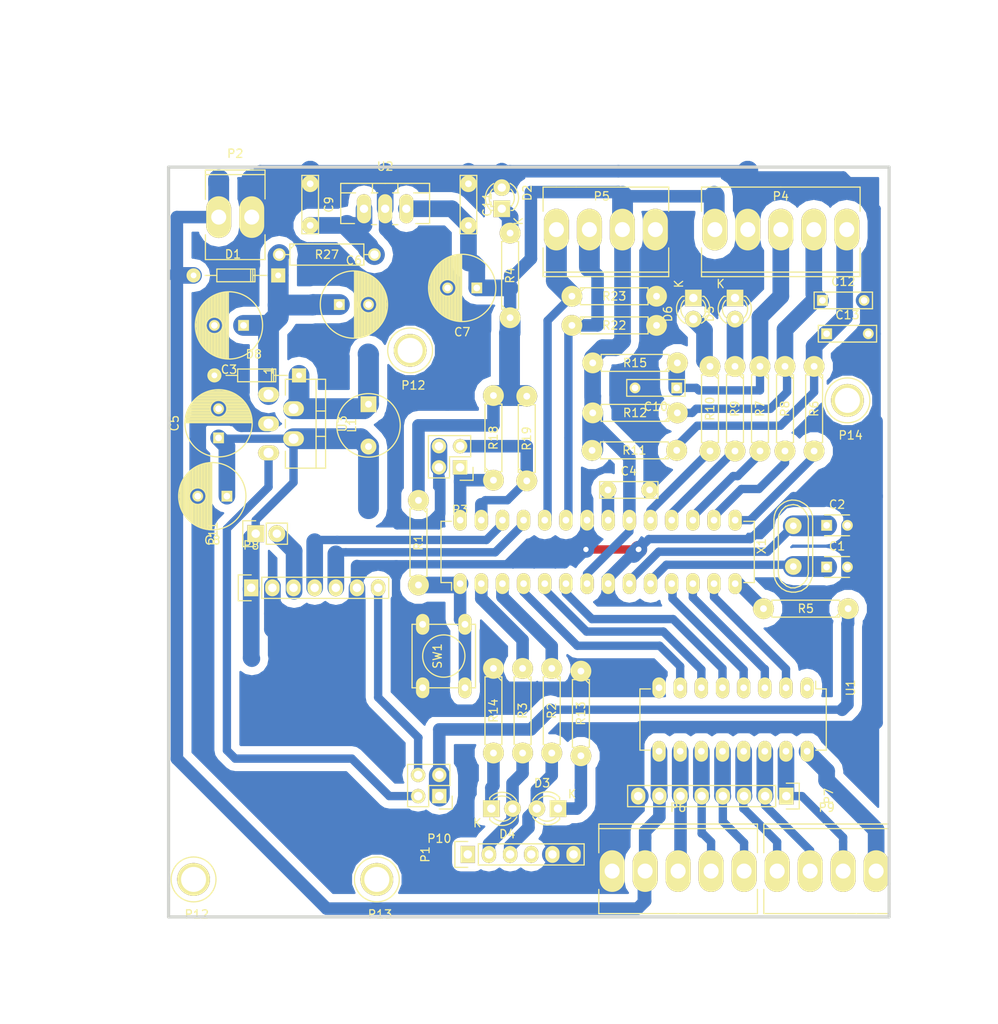
<source format=kicad_pcb>
(kicad_pcb (version 4) (host pcbnew 4.0.0-rc1-stable)
  (title_block (title gsmControl) (rev 3) (company popai-home))
  (layers (0 Front jumper) (31 Back signal) (35 F.Paste user) (37 F.SilkS user) (39 F.Mask user) (44 Edge.Cuts user))
  (net 0 "")
  (net 1 +12V)
  (net 2 +5V)
  (net 3 GND)
  (net 4 VCC)
  (net 5 "Net-(C1-Pad1)")
  (net 6 "Net-(C2-Pad1)")
  (net 7 "Net-(C4-Pad1)")
  (net 8 "Net-(C9-Pad2)")
  (net 9 "Net-(D2-Pad1)")
  (net 10 "Net-(D3-Pad1)")
  (net 11 "Net-(D3-Pad2)")
  (net 12 "Net-(D4-Pad1)")
  (net 13 "Net-(D4-Pad2)")
  (net 14 "Net-(D5-Pad2)")
  (net 15 "Net-(D6-Pad2)")
  (net 16 "Net-(D8-Pad1)")
  (net 17 "Net-(IC1-Pad1)")
  (net 18 "Net-(IC1-Pad2)")
  (net 19 "Net-(IC1-Pad3)")
  (net 20 "Net-(IC1-Pad4)")
  (net 21 "Net-(IC1-Pad5)")
  (net 22 "Net-(IC1-Pad6)")
  (net 23 "Net-(IC1-Pad11)")
  (net 24 "Net-(IC1-Pad12)")
  (net 25 "Net-(IC1-Pad13)")
  (net 26 "Net-(IC1-Pad14)")
  (net 27 "Net-(IC1-Pad15)")
  (net 28 "Net-(IC1-Pad16)")
  (net 29 "Net-(IC1-Pad17)")
  (net 30 "Net-(IC1-Pad18)")
  (net 31 "Net-(IC1-Pad19)")
  (net 32 "Net-(IC1-Pad23)")
  (net 33 "Net-(IC1-Pad24)")
  (net 34 "Net-(IC1-Pad25)")
  (net 35 "Net-(IC1-Pad26)")
  (net 36 "Net-(IC1-Pad27)")
  (net 37 "Net-(IC1-Pad28)")
  (net 38 "Net-(P6-Pad3)")
  (net 39 "Net-(P6-Pad4)")
  (net 40 "Net-(P7-Pad2)")
  (net 41 "Net-(P9-Pad4)")
  (net 42 VEE)
  (net 43 "Net-(P6-Pad5)")
  (net 44 "Net-(P7-Pad3)")
  (net 45 "Net-(P11-Pad2)")
  (net 46 "Net-(P10-Pad4)")
  (net 47 "Net-(P10-Pad1)")
  (net 48 "Net-(P10-Pad2)")
  (net 49 "Net-(P7-Pad1)")
  (net 50 "Net-(C10-Pad1)")
  (net 51 "Net-(C12-Pad1)")
  (net 52 "Net-(C13-Pad1)")
  (module Muonde:TROU (layer Front) (at 113 95)
    (fp_text reference P12 (at 0.381 4.191) (layer F.SilkS))
    (fp_text value CONN_01X01)
    (pad "" thru_hole circle (at 0 0) (size 3.937 3.937) (drill 3) (layers *.Cu *.Mask F.SilkS))
  )
  (module TO_SOT_Packages_THT:Pentawatt_Neutral_Staggered_Verical_TO220-5-T05D (layer Front) (at 99.8001 103.80086 270)
    (fp_text reference U3 (at 0 -5.08 270) (layer F.SilkS))
    (fp_text value LM2576T-5)
    (fp_text user 1 (at -6.35 3.81 270) (layer F.SilkS))
    (pad 3 thru_hole oval (at 0 3.79984) (size 2.49936 1.80086) (drill 1.19888) (layers *.Cu *.Mask F.SilkS) (net 3 GND))
    (pad 1 thru_hole oval (at -3.50012 3.79984) (size 2.49936 1.80086) (drill 1.19888) (layers *.Cu *.Mask F.SilkS) (net 1 +12V))
    (pad 5 thru_hole oval (at 3.50012 3.79984) (size 2.49936 1.80086) (drill 1.19888) (layers *.Cu *.Mask F.SilkS) (net 48 "Net-(P10-Pad2)"))
    (pad 4 thru_hole oval (at 1.80086 0.8001) (size 2.49936 1.80086) (drill 1.19888) (layers *.Cu *.Mask F.SilkS) (net 42 VEE))
    (pad 2 thru_hole oval (at -1.80086 0.8001) (size 2.49936 1.80086) (drill 1.19888) (layers *.Cu *.Mask F.SilkS) (net 16 "Net-(D8-Pad1)"))
  )
  (module Discret:R4 (layer Front) (at 160.5 126 180)
    (fp_text reference R5 (at 0 0 180) (layer F.SilkS))
    (fp_text value 4K7)
    (pad 1 thru_hole circle (at -5.08 0 180) (size 2.5 2.5) (drill 0.8128) (layers *.Cu *.Mask F.SilkS) (net 47 "Net-(P10-Pad1)"))
    (pad 2 thru_hole circle (at 5.08 0 180) (size 2.5 2.5) (drill 0.8128) (layers *.Cu *.Mask F.SilkS) (net 26 "Net-(IC1-Pad14)"))
  )
  (module Discret:R4 (layer Front) (at 123 105.5 90)
    (fp_text reference R18 (at 0 0 90) (layer F.SilkS))
    (fp_text value 10K)
    (pad 1 thru_hole circle (at -5.08 0 90) (size 2.5 2.5) (drill 0.8128) (layers *.Cu *.Mask F.SilkS) (net 37 "Net-(IC1-Pad28)"))
    (pad 2 thru_hole circle (at 5.08 0 90) (size 2.5 2.5) (drill 0.8128) (layers *.Cu *.Mask F.SilkS) (net 2 +5V))
  )
  (module Sockets_MOLEX_KK-System:Socket_MOLEX-KK-RM3-96mm_Lock_4pin_straight (layer Front) (at 163 157.5)
    (fp_text reference P9 (at 0 -7.62) (layer F.SilkS))
    (fp_text value CONN_01X04)
    (pad 2 thru_hole oval (at -1.9812 0) (size 2.99974 5.00126) (drill 1.80086) (layers *.Cu *.Mask F.SilkS) (net 40 "Net-(P7-Pad2)"))
    (pad 3 thru_hole oval (at 1.9812 0) (size 2.99974 5.00126) (drill 1.80086) (layers *.Cu *.Mask F.SilkS) (net 49 "Net-(P7-Pad1)"))
    (pad 1 thru_hole oval (at -5.94106 0) (size 2.99974 5.00126) (drill 1.80086) (layers *.Cu *.Mask F.SilkS) (net 44 "Net-(P7-Pad3)"))
    (pad 4 thru_hole oval (at 5.94106 0) (size 2.99974 5.00126) (drill 1.80086) (layers *.Cu *.Mask F.SilkS) (net 41 "Net-(P9-Pad4)"))
  )
  (module Sockets_MOLEX_KK-System:Socket_MOLEX-KK-RM3-96mm_Lock_5pin_straight (layer Front) (at 145.16972 157.5)
    (fp_text reference P6 (at 0 -7.62) (layer F.SilkS))
    (fp_text value CONN_01X05)
    (pad 2 thru_hole oval (at -3.95986 0) (size 2.99974 5.00126) (drill 1.80086) (layers *.Cu *.Mask F.SilkS) (net 4 VCC))
    (pad 3 thru_hole oval (at 0 0) (size 2.99974 5.00126) (drill 1.80086) (layers *.Cu *.Mask F.SilkS) (net 38 "Net-(P6-Pad3)"))
    (pad 4 thru_hole oval (at 3.95986 0) (size 2.99974 5.00126) (drill 1.80086) (layers *.Cu *.Mask F.SilkS) (net 39 "Net-(P6-Pad4)"))
    (pad 5 thru_hole oval (at 7.91972 0) (size 2.99974 5.00126) (drill 1.80086) (layers *.Cu *.Mask F.SilkS) (net 43 "Net-(P6-Pad5)"))
    (pad 1 thru_hole oval (at -7.91972 0) (size 2.99974 5.00126) (drill 1.80086) (layers *.Cu *.Mask F.SilkS) (net 3 GND))
  )
  (module Discret:R4 (layer Front) (at 126.5 138.25 270)
    (fp_text reference R3 (at 0 0 270) (layer F.SilkS))
    (fp_text value 270R)
    (pad 1 thru_hole circle (at -5.08 0 270) (size 2.5 2.5) (drill 0.8128) (layers *.Cu *.Mask F.SilkS) (net 18 "Net-(IC1-Pad2)"))
    (pad 2 thru_hole circle (at 5.08 0 270) (size 2.5 2.5) (drill 0.8128) (layers *.Cu *.Mask F.SilkS) (net 13 "Net-(D4-Pad2)"))
  )
  (module LEDs:LED-3MM (layer Front) (at 122.75 150)
    (fp_text reference D4 (at 1.91 3.06) (layer F.SilkS))
    (fp_text value LED)
    (fp_text user K (at -1.69 1.74) (layer F.SilkS))
    (pad 1 thru_hole rect (at 0 0 90) (size 2 2) (drill 1.00076) (layers *.Cu *.Mask F.SilkS) (net 12 "Net-(D4-Pad1)"))
    (pad 2 thru_hole circle (at 2.54 0) (size 2 2) (drill 1.00076) (layers *.Cu *.Mask F.SilkS) (net 13 "Net-(D4-Pad2)"))
  )
  (module Transistors_TO-220:TO-220_Neutral123_Vertical_LargePads (layer Front) (at 110 78)
    (fp_text reference U2 (at 0 -5.08) (layer F.SilkS))
    (fp_text value 78L05)
    (pad GND thru_hole oval (at 0 0 90) (size 3.50012 1.69926) (drill 1.00076) (layers *.Cu *.Mask F.SilkS) (net 3 GND))
    (pad VI thru_hole oval (at -2.54 0 90) (size 3.50012 1.69926) (drill 1.00076) (layers *.Cu *.Mask F.SilkS) (net 8 "Net-(C9-Pad2)"))
    (pad VO thru_hole oval (at 2.54 0 90) (size 3.50012 1.69926) (drill 1.00076) (layers *.Cu *.Mask F.SilkS) (net 2 +5V))
  )
  (module Housings_DIP:DIP-28_W7.62mm (layer Front) (at 119 123 90)
    (fp_text reference IC1 (at 0 -5.22 90) (layer F.SilkS))
    (fp_text value ATMEGA328-P)
    (pad 1 thru_hole oval (at 0 0 90) (size 2.5 1.6) (drill 0.8) (layers *.Cu *.Mask F.SilkS) (net 17 "Net-(IC1-Pad1)"))
    (pad 2 thru_hole oval (at 0 2.54 90) (size 2.5 1.6) (drill 0.8) (layers *.Cu *.Mask F.SilkS) (net 18 "Net-(IC1-Pad2)"))
    (pad 3 thru_hole oval (at 0 5.08 90) (size 2.5 1.6) (drill 0.8) (layers *.Cu *.Mask F.SilkS) (net 19 "Net-(IC1-Pad3)"))
    (pad 4 thru_hole oval (at 0 7.62 90) (size 2.5 1.6) (drill 0.8) (layers *.Cu *.Mask F.SilkS) (net 20 "Net-(IC1-Pad4)"))
    (pad 5 thru_hole oval (at 0 10.16 90) (size 2.5 1.6) (drill 0.8) (layers *.Cu *.Mask F.SilkS) (net 21 "Net-(IC1-Pad5)"))
    (pad 6 thru_hole oval (at 0 12.7 90) (size 2.5 1.6) (drill 0.8) (layers *.Cu *.Mask F.SilkS) (net 22 "Net-(IC1-Pad6)"))
    (pad 7 thru_hole oval (at 0 15.24 90) (size 2.5 1.6) (drill 0.8) (layers *.Cu *.Mask F.SilkS) (net 2 +5V))
    (pad 8 thru_hole oval (at 0 17.78 90) (size 2.5 1.6) (drill 0.8) (layers *.Cu *.Mask F.SilkS) (net 3 GND))
    (pad 9 thru_hole oval (at 0 20.32 90) (size 2.5 1.6) (drill 0.8) (layers *.Cu *.Mask F.SilkS) (net 6 "Net-(C2-Pad1)"))
    (pad 10 thru_hole oval (at 0 22.86 90) (size 2.5 1.6) (drill 0.8) (layers *.Cu *.Mask F.SilkS) (net 5 "Net-(C1-Pad1)"))
    (pad 11 thru_hole oval (at 0 25.4 90) (size 2.5 1.6) (drill 0.8) (layers *.Cu *.Mask F.SilkS) (net 23 "Net-(IC1-Pad11)"))
    (pad 12 thru_hole oval (at 0 27.94 90) (size 2.5 1.6) (drill 0.8) (layers *.Cu *.Mask F.SilkS) (net 24 "Net-(IC1-Pad12)"))
    (pad 13 thru_hole oval (at 0 30.48 90) (size 2.5 1.6) (drill 0.8) (layers *.Cu *.Mask F.SilkS) (net 25 "Net-(IC1-Pad13)"))
    (pad 14 thru_hole oval (at 0 33.02 90) (size 2.5 1.6) (drill 0.8) (layers *.Cu *.Mask F.SilkS) (net 26 "Net-(IC1-Pad14)"))
    (pad 15 thru_hole oval (at 7.62 33.02 90) (size 2.5 1.6) (drill 0.8) (layers *.Cu *.Mask F.SilkS) (net 27 "Net-(IC1-Pad15)"))
    (pad 16 thru_hole oval (at 7.62 30.48 90) (size 2.5 1.6) (drill 0.8) (layers *.Cu *.Mask F.SilkS) (net 28 "Net-(IC1-Pad16)"))
    (pad 17 thru_hole oval (at 7.62 27.94 90) (size 2.5 1.6) (drill 0.8) (layers *.Cu *.Mask F.SilkS) (net 29 "Net-(IC1-Pad17)"))
    (pad 18 thru_hole oval (at 7.62 25.4 90) (size 2.5 1.6) (drill 0.8) (layers *.Cu *.Mask F.SilkS) (net 30 "Net-(IC1-Pad18)"))
    (pad 19 thru_hole oval (at 7.62 22.86 90) (size 2.5 1.6) (drill 0.8) (layers *.Cu *.Mask F.SilkS) (net 31 "Net-(IC1-Pad19)"))
    (pad 20 thru_hole oval (at 7.62 20.32 90) (size 2.5 1.6) (drill 0.8) (layers *.Cu *.Mask F.SilkS) (net 2 +5V))
    (pad 21 thru_hole oval (at 7.62 17.78 90) (size 2.5 1.6) (drill 0.8) (layers *.Cu *.Mask F.SilkS) (net 7 "Net-(C4-Pad1)"))
    (pad 22 thru_hole oval (at 7.62 15.24 90) (size 2.5 1.6) (drill 0.8) (layers *.Cu *.Mask F.SilkS) (net 3 GND))
    (pad 23 thru_hole oval (at 7.62 12.7 90) (size 2.5 1.6) (drill 0.8) (layers *.Cu *.Mask F.SilkS) (net 32 "Net-(IC1-Pad23)"))
    (pad 24 thru_hole oval (at 7.62 10.16 90) (size 2.5 1.6) (drill 0.8) (layers *.Cu *.Mask F.SilkS) (net 33 "Net-(IC1-Pad24)"))
    (pad 25 thru_hole oval (at 7.62 7.62 90) (size 2.5 1.6) (drill 0.8) (layers *.Cu *.Mask F.SilkS) (net 34 "Net-(IC1-Pad25)"))
    (pad 26 thru_hole oval (at 7.62 5.08 90) (size 2.5 1.6) (drill 0.8) (layers *.Cu *.Mask F.SilkS) (net 35 "Net-(IC1-Pad26)"))
    (pad 27 thru_hole oval (at 7.62 2.54 90) (size 2.5 1.6) (drill 0.8) (layers *.Cu *.Mask F.SilkS) (net 36 "Net-(IC1-Pad27)"))
    (pad 28 thru_hole oval (at 7.62 0 90) (size 2.5 1.6) (drill 0.8) (layers *.Cu *.Mask F.SilkS) (net 37 "Net-(IC1-Pad28)"))
  )
  (module Capacitors_ThroughHole:C_Rect_L7_W2_P5 (layer Front) (at 136.75 111.75)
    (fp_text reference C4 (at 2.5 -2.25) (layer F.SilkS))
    (fp_text value 100nF)
    (pad 1 thru_hole circle (at 0 0) (size 2 2) (drill 0.8) (layers *.Cu *.Mask F.SilkS) (net 7 "Net-(C4-Pad1)"))
    (pad 2 thru_hole circle (at 5 0) (size 2 2) (drill 0.8) (layers *.Cu *.Mask F.SilkS) (net 3 GND))
  )
  (module Capacitors_ThroughHole:C_Rect_L7_W2_P5 (layer Front) (at 101 75 270)
    (fp_text reference C9 (at 2.5 -2.25 270) (layer F.SilkS))
    (fp_text value 330nF)
    (pad 1 thru_hole circle (at 0 0 270) (size 2 2) (drill 0.8) (layers *.Cu *.Mask F.SilkS) (net 3 GND))
    (pad 2 thru_hole circle (at 5 0 270) (size 2 2) (drill 0.8) (layers *.Cu *.Mask F.SilkS) (net 8 "Net-(C9-Pad2)"))
  )
  (module Capacitors_ThroughHole:C_Rect_L7_W2_P5 (layer Front) (at 120 75 270)
    (fp_text reference C11 (at 2.5 -2.25 270) (layer F.SilkS))
    (fp_text value 10nF)
    (pad 1 thru_hole circle (at 0 0 270) (size 2 2) (drill 0.8) (layers *.Cu *.Mask F.SilkS) (net 3 GND))
    (pad 2 thru_hole circle (at 5 0 270) (size 2 2) (drill 0.8) (layers *.Cu *.Mask F.SilkS) (net 2 +5V))
  )
  (module Diodes_ThroughHole:Diode_DO-35_SOD27_Horizontal_RM10 (layer Front) (at 97.16052 85.99746 180)
    (fp_text reference D1 (at 5.43052 2.53746 180) (layer F.SilkS))
    (fp_text value D)
    (pad 2 thru_hole circle (at 10.16052 -0.00254) (size 1.69926 1.69926) (drill 0.70104) (layers *.Cu *.Mask F.SilkS) (net 4 VCC))
    (pad 1 thru_hole rect (at 0.00052 -0.00254) (size 1.69926 1.69926) (drill 0.70104) (layers *.Cu *.Mask F.SilkS) (net 1 +12V))
  )
  (module LEDs:LED-3MM (layer Front) (at 124 78 90)
    (fp_text reference D2 (at 1.91 3.06 90) (layer F.SilkS))
    (fp_text value LED)
    (fp_text user K (at -1.5 2 90) (layer F.SilkS))
    (pad 1 thru_hole rect (at 0 0 180) (size 2 2) (drill 1.00076) (layers *.Cu *.Mask F.SilkS) (net 9 "Net-(D2-Pad1)"))
    (pad 2 thru_hole circle (at 2.54 0 90) (size 2 2) (drill 1.00076) (layers *.Cu *.Mask F.SilkS) (net 3 GND))
  )
  (module LEDs:LED-3MM (layer Front) (at 130.75 150 180)
    (fp_text reference D3 (at 1.91 3.06 180) (layer F.SilkS))
    (fp_text value LED)
    (fp_text user K (at -1.69 1.74 180) (layer F.SilkS))
    (pad 1 thru_hole rect (at 0 0 270) (size 2 2) (drill 1.00076) (layers *.Cu *.Mask F.SilkS) (net 10 "Net-(D3-Pad1)"))
    (pad 2 thru_hole circle (at 2.54 0 180) (size 2 2) (drill 1.00076) (layers *.Cu *.Mask F.SilkS) (net 11 "Net-(D3-Pad2)"))
  )
  (module LEDs:LED-3MM (layer Front) (at 152 88.71 270)
    (fp_text reference D5 (at 1.91 3.06 270) (layer F.SilkS))
    (fp_text value LED)
    (fp_text user K (at -1.69 1.74 360) (layer F.SilkS))
    (pad 1 thru_hole rect (at 0 0) (size 2 2) (drill 1.00076) (layers *.Cu *.Mask F.SilkS) (net 3 GND))
    (pad 2 thru_hole circle (at 2.54 0 270) (size 2 2) (drill 1.00076) (layers *.Cu *.Mask F.SilkS) (net 14 "Net-(D5-Pad2)"))
  )
  (module LEDs:LED-3MM (layer Front) (at 147 88.71 270)
    (fp_text reference D6 (at 1.91 3.06 270) (layer F.SilkS))
    (fp_text value LED)
    (fp_text user K (at -1.69 1.74 270) (layer F.SilkS))
    (pad 1 thru_hole rect (at 0 0) (size 2 2) (drill 1.00076) (layers *.Cu *.Mask F.SilkS) (net 3 GND))
    (pad 2 thru_hole circle (at 2.54 0 270) (size 2 2) (drill 1.00076) (layers *.Cu *.Mask F.SilkS) (net 15 "Net-(D6-Pad2)"))
  )
  (module Diodes_ThroughHole:Diode_DO-35_SOD27_Horizontal_RM10 (layer Front) (at 99.66052 97.99746 180)
    (fp_text reference D8 (at 5.43052 2.53746 180) (layer F.SilkS))
    (fp_text value 1N5819)
    (pad 2 thru_hole circle (at 10.16052 -0.00254) (size 1.69926 1.69926) (drill 0.70104) (layers *.Cu *.Mask F.SilkS) (net 3 GND))
    (pad 1 thru_hole rect (at 0.00052 -0.00254) (size 1.69926 1.69926) (drill 0.70104) (layers *.Cu *.Mask F.SilkS) (net 16 "Net-(D8-Pad1)"))
  )
  (module Pin_Headers:Pin_Header_Straight_1x06 (layer Front) (at 119.92 155.5 90)
    (fp_text reference P1 (at 0 -5.1 90) (layer F.SilkS))
    (fp_text value CONN_01X06)
    (pad 1 thru_hole rect (at 0 0 90) (size 2.032 1.7272) (drill 1.016) (layers *.Cu *.Mask F.SilkS))
    (pad 2 thru_hole oval (at 0 2.54 90) (size 2.032 1.7272) (drill 1.016) (layers *.Cu *.Mask F.SilkS) (net 13 "Net-(D4-Pad2)"))
    (pad 3 thru_hole oval (at 0 5.08 90) (size 2.032 1.7272) (drill 1.016) (layers *.Cu *.Mask F.SilkS) (net 11 "Net-(D3-Pad2)"))
    (pad 4 thru_hole oval (at 0 7.62 90) (size 2.032 1.7272) (drill 1.016) (layers *.Cu *.Mask F.SilkS))
    (pad 5 thru_hole oval (at 0 10.16 90) (size 2.032 1.7272) (drill 1.016) (layers *.Cu *.Mask F.SilkS) (net 3 GND))
    (pad 6 thru_hole oval (at 0 12.7 90) (size 2.032 1.7272) (drill 1.016) (layers *.Cu *.Mask F.SilkS) (net 3 GND))
  )
  (module Pin_Headers:Pin_Header_Straight_2x02 (layer Front) (at 119 109.04 180)
    (fp_text reference P3 (at 0 -5.1 180) (layer F.SilkS))
    (fp_text value CONN_02X02)
    (pad 1 thru_hole rect (at 0 0 180) (size 1.7272 1.7272) (drill 1.016) (layers *.Cu *.Mask F.SilkS) (net 37 "Net-(IC1-Pad28)"))
    (pad 2 thru_hole oval (at 2.54 0 180) (size 1.7272 1.7272) (drill 1.016) (layers *.Cu *.Mask F.SilkS) (net 3 GND))
    (pad 3 thru_hole oval (at 0 2.54 180) (size 1.7272 1.7272) (drill 1.016) (layers *.Cu *.Mask F.SilkS) (net 36 "Net-(IC1-Pad27)"))
    (pad 4 thru_hole oval (at 2.54 2.54 180) (size 1.7272 1.7272) (drill 1.016) (layers *.Cu *.Mask F.SilkS) (net 3 GND))
  )
  (module Discret:R4 (layer Front) (at 114 118.08 270)
    (fp_text reference R1 (at 0 0 270) (layer F.SilkS))
    (fp_text value 10K)
    (pad 1 thru_hole circle (at -5.08 0 270) (size 2.5 2.5) (drill 0.8128) (layers *.Cu *.Mask F.SilkS) (net 2 +5V))
    (pad 2 thru_hole circle (at 5.08 0 270) (size 2.5 2.5) (drill 0.8128) (layers *.Cu *.Mask F.SilkS) (net 17 "Net-(IC1-Pad1)"))
  )
  (module Discret:R4 (layer Front) (at 130 138.25 270)
    (fp_text reference R2 (at 0 0 270) (layer F.SilkS))
    (fp_text value 270R)
    (pad 1 thru_hole circle (at -5.08 0 270) (size 2.5 2.5) (drill 0.8128) (layers *.Cu *.Mask F.SilkS) (net 19 "Net-(IC1-Pad3)"))
    (pad 2 thru_hole circle (at 5.08 0 270) (size 2.5 2.5) (drill 0.8128) (layers *.Cu *.Mask F.SilkS) (net 11 "Net-(D3-Pad2)"))
  )
  (module Discret:R4 (layer Front) (at 125 86 90)
    (fp_text reference R4 (at 0 0 90) (layer F.SilkS))
    (fp_text value 1K5)
    (pad 1 thru_hole circle (at -5.08 0 90) (size 2.5 2.5) (drill 0.8128) (layers *.Cu *.Mask F.SilkS) (net 2 +5V))
    (pad 2 thru_hole circle (at 5.08 0 90) (size 2.5 2.5) (drill 0.8128) (layers *.Cu *.Mask F.SilkS) (net 9 "Net-(D2-Pad1)"))
  )
  (module Discret:R4 (layer Front) (at 161.49754 102.00094 270)
    (fp_text reference R6 (at 0 0 270) (layer F.SilkS))
    (fp_text value 1K)
    (pad 1 thru_hole circle (at -5.08 0 270) (size 2.5 2.5) (drill 0.8128) (layers *.Cu *.Mask F.SilkS) (net 52 "Net-(C13-Pad1)"))
    (pad 2 thru_hole circle (at 5.08 0 270) (size 2.5 2.5) (drill 0.8128) (layers *.Cu *.Mask F.SilkS) (net 27 "Net-(IC1-Pad15)"))
  )
  (module Discret:R4 (layer Front) (at 155 102 270)
    (fp_text reference R7 (at 0 0 270) (layer F.SilkS))
    (fp_text value 1K)
    (pad 1 thru_hole circle (at -5.08 0 270) (size 2.5 2.5) (drill 0.8128) (layers *.Cu *.Mask F.SilkS) (net 50 "Net-(C10-Pad1)"))
    (pad 2 thru_hole circle (at 5.08 0 270) (size 2.5 2.5) (drill 0.8128) (layers *.Cu *.Mask F.SilkS) (net 29 "Net-(IC1-Pad17)"))
  )
  (module Discret:R4 (layer Front) (at 158 102 270)
    (fp_text reference R8 (at 0 0 270) (layer F.SilkS))
    (fp_text value 1K)
    (pad 1 thru_hole circle (at -5.08 0 270) (size 2.5 2.5) (drill 0.8128) (layers *.Cu *.Mask F.SilkS) (net 51 "Net-(C12-Pad1)"))
    (pad 2 thru_hole circle (at 5.08 0 270) (size 2.5 2.5) (drill 0.8128) (layers *.Cu *.Mask F.SilkS) (net 28 "Net-(IC1-Pad16)"))
  )
  (module Discret:R4 (layer Front) (at 151.99794 102.00094 270)
    (fp_text reference R9 (at 0 0 270) (layer F.SilkS))
    (fp_text value 330)
    (pad 1 thru_hole circle (at -5.08 0 270) (size 2.5 2.5) (drill 0.8128) (layers *.Cu *.Mask F.SilkS) (net 14 "Net-(D5-Pad2)"))
    (pad 2 thru_hole circle (at 5.08 0 270) (size 2.5 2.5) (drill 0.8128) (layers *.Cu *.Mask F.SilkS) (net 30 "Net-(IC1-Pad18)"))
  )
  (module Discret:R4 (layer Front) (at 148.9982 102.00094 270)
    (fp_text reference R10 (at 0 0 270) (layer F.SilkS))
    (fp_text value 330)
    (pad 1 thru_hole circle (at -5.08 0 270) (size 2.5 2.5) (drill 0.8128) (layers *.Cu *.Mask F.SilkS) (net 15 "Net-(D6-Pad2)"))
    (pad 2 thru_hole circle (at 5.08 0 270) (size 2.5 2.5) (drill 0.8128) (layers *.Cu *.Mask F.SilkS) (net 31 "Net-(IC1-Pad19)"))
  )
  (module Discret:R4 (layer Front) (at 139.92 107 180)
    (fp_text reference R11 (at 0 0 180) (layer F.SilkS))
    (fp_text value 10k)
    (pad 1 thru_hole circle (at -5.08 0 180) (size 2.5 2.5) (drill 0.8128) (layers *.Cu *.Mask F.SilkS) (net 52 "Net-(C13-Pad1)"))
    (pad 2 thru_hole circle (at 5.08 0 180) (size 2.5 2.5) (drill 0.8128) (layers *.Cu *.Mask F.SilkS) (net 2 +5V))
  )
  (module Discret:R4 (layer Front) (at 140 102.5 180)
    (fp_text reference R12 (at 0 0 180) (layer F.SilkS))
    (fp_text value 10k)
    (pad 1 thru_hole circle (at -5.08 0 180) (size 2.5 2.5) (drill 0.8128) (layers *.Cu *.Mask F.SilkS) (net 51 "Net-(C12-Pad1)"))
    (pad 2 thru_hole circle (at 5.08 0 180) (size 2.5 2.5) (drill 0.8128) (layers *.Cu *.Mask F.SilkS) (net 2 +5V))
  )
  (module Discret:R4 (layer Front) (at 133.5 138.58 270)
    (fp_text reference R13 (at 0 0 270) (layer F.SilkS))
    (fp_text value 1k5)
    (pad 1 thru_hole circle (at -5.08 0 270) (size 2.5 2.5) (drill 0.8128) (layers *.Cu *.Mask F.SilkS) (net 3 GND))
    (pad 2 thru_hole circle (at 5.08 0 270) (size 2.5 2.5) (drill 0.8128) (layers *.Cu *.Mask F.SilkS) (net 10 "Net-(D3-Pad1)"))
  )
  (module Discret:R4 (layer Front) (at 123 138.25 270)
    (fp_text reference R14 (at 0 0 270) (layer F.SilkS))
    (fp_text value 1k5)
    (pad 1 thru_hole circle (at -5.08 0 270) (size 2.5 2.5) (drill 0.8128) (layers *.Cu *.Mask F.SilkS) (net 3 GND))
    (pad 2 thru_hole circle (at 5.08 0 270) (size 2.5 2.5) (drill 0.8128) (layers *.Cu *.Mask F.SilkS) (net 12 "Net-(D4-Pad1)"))
  )
  (module Discret:R4 (layer Front) (at 140 96.5 180)
    (fp_text reference R15 (at 0 0 180) (layer F.SilkS))
    (fp_text value 10k)
    (pad 1 thru_hole circle (at -5.08 0 180) (size 2.5 2.5) (drill 0.8128) (layers *.Cu *.Mask F.SilkS) (net 50 "Net-(C10-Pad1)"))
    (pad 2 thru_hole circle (at 5.08 0 180) (size 2.5 2.5) (drill 0.8128) (layers *.Cu *.Mask F.SilkS) (net 2 +5V))
  )
  (module Discret:R4 (layer Front) (at 127 105.58 90)
    (fp_text reference R19 (at 0 0 90) (layer F.SilkS))
    (fp_text value 10K)
    (pad 1 thru_hole circle (at -5.08 0 90) (size 2.5 2.5) (drill 0.8128) (layers *.Cu *.Mask F.SilkS) (net 36 "Net-(IC1-Pad27)"))
    (pad 2 thru_hole circle (at 5.08 0 90) (size 2.5 2.5) (drill 0.8128) (layers *.Cu *.Mask F.SilkS) (net 2 +5V))
  )
  (module Discret:R4 (layer Front) (at 137.5 92)
    (fp_text reference R22 (at 0 0) (layer F.SilkS))
    (fp_text value 10K)
    (pad 1 thru_hole circle (at -5.08 0) (size 2.5 2.5) (drill 0.8128) (layers *.Cu *.Mask F.SilkS) (net 32 "Net-(IC1-Pad23)"))
    (pad 2 thru_hole circle (at 5.08 0) (size 2.5 2.5) (drill 0.8128) (layers *.Cu *.Mask F.SilkS) (net 3 GND))
  )
  (module Discret:R4 (layer Front) (at 137.5 88.5)
    (fp_text reference R23 (at 0 0) (layer F.SilkS))
    (fp_text value 10K)
    (pad 1 thru_hole circle (at -5.08 0) (size 2.5 2.5) (drill 0.8128) (layers *.Cu *.Mask F.SilkS) (net 33 "Net-(IC1-Pad24)"))
    (pad 2 thru_hole circle (at 5.08 0) (size 2.5 2.5) (drill 0.8128) (layers *.Cu *.Mask F.SilkS) (net 3 GND))
  )
  (module Discret:R4-5 (layer Front) (at 103 83.5)
    (fp_text reference R27 (at 0 0) (layer F.SilkS))
    (fp_text value 10)
    (pad 1 thru_hole circle (at -5.715 0) (size 1.524 1.524) (drill 1.016) (layers *.Cu *.Mask F.SilkS) (net 1 +12V))
    (pad 2 thru_hole circle (at 5.715 0) (size 1.524 1.524) (drill 1.016) (layers *.Cu *.Mask F.SilkS) (net 8 "Net-(C9-Pad2)"))
  )
  (module Buttons_Switches_ThroughHole:SW_PUSH_SMALL (layer Front) (at 117.04 131.69 90)
    (fp_text reference SW1 (at 0 -0.762 90) (layer F.SilkS))
    (fp_text value Reset)
    (pad 1 thru_hole oval (at 3.81 -2.54 90) (size 2.5 1.6) (drill 0.8128) (layers *.Cu *.Mask F.SilkS) (net 3 GND))
    (pad 2 thru_hole oval (at 3.81 2.54 90) (size 2.5 1.6) (drill 0.8128) (layers *.Cu *.Mask F.SilkS) (net 17 "Net-(IC1-Pad1)"))
    (pad 1 thru_hole oval (at -3.81 -2.54 90) (size 2.5 1.6) (drill 0.8128) (layers *.Cu *.Mask F.SilkS) (net 3 GND))
    (pad 2 thru_hole oval (at -3.81 2.54 90) (size 2.5 1.6) (drill 0.8128) (layers *.Cu *.Mask F.SilkS) (net 17 "Net-(IC1-Pad1)"))
  )
  (module Housings_DIP:DIP-16_W7.62mm (layer Front) (at 160.66 135.5 270)
    (fp_text reference U1 (at 0 -5.22 270) (layer F.SilkS))
    (fp_text value ULN2003)
    (pad 1 thru_hole oval (at 0 0 270) (size 2.5 1.6) (drill 0.8) (layers *.Cu *.Mask F.SilkS))
    (pad 2 thru_hole oval (at 0 2.54 270) (size 2.5 1.6) (drill 0.8) (layers *.Cu *.Mask F.SilkS) (net 25 "Net-(IC1-Pad13)"))
    (pad 3 thru_hole oval (at 0 5.08 270) (size 2.5 1.6) (drill 0.8) (layers *.Cu *.Mask F.SilkS) (net 24 "Net-(IC1-Pad12)"))
    (pad 4 thru_hole oval (at 0 7.62 270) (size 2.5 1.6) (drill 0.8) (layers *.Cu *.Mask F.SilkS) (net 23 "Net-(IC1-Pad11)"))
    (pad 5 thru_hole oval (at 0 10.16 270) (size 2.5 1.6) (drill 0.8) (layers *.Cu *.Mask F.SilkS) (net 22 "Net-(IC1-Pad6)"))
    (pad 6 thru_hole oval (at 0 12.7 270) (size 2.5 1.6) (drill 0.8) (layers *.Cu *.Mask F.SilkS) (net 21 "Net-(IC1-Pad5)"))
    (pad 7 thru_hole oval (at 0 15.24 270) (size 2.5 1.6) (drill 0.8) (layers *.Cu *.Mask F.SilkS) (net 20 "Net-(IC1-Pad4)"))
    (pad 8 thru_hole oval (at 0 17.78 270) (size 2.5 1.6) (drill 0.8) (layers *.Cu *.Mask F.SilkS) (net 3 GND))
    (pad 9 thru_hole oval (at 7.62 17.78 270) (size 2.5 1.6) (drill 0.8) (layers *.Cu *.Mask F.SilkS) (net 4 VCC))
    (pad 10 thru_hole oval (at 7.62 15.24 270) (size 2.5 1.6) (drill 0.8) (layers *.Cu *.Mask F.SilkS) (net 38 "Net-(P6-Pad3)"))
    (pad 11 thru_hole oval (at 7.62 12.7 270) (size 2.5 1.6) (drill 0.8) (layers *.Cu *.Mask F.SilkS) (net 39 "Net-(P6-Pad4)"))
    (pad 12 thru_hole oval (at 7.62 10.16 270) (size 2.5 1.6) (drill 0.8) (layers *.Cu *.Mask F.SilkS) (net 43 "Net-(P6-Pad5)"))
    (pad 13 thru_hole oval (at 7.62 7.62 270) (size 2.5 1.6) (drill 0.8) (layers *.Cu *.Mask F.SilkS) (net 44 "Net-(P7-Pad3)"))
    (pad 14 thru_hole oval (at 7.62 5.08 270) (size 2.5 1.6) (drill 0.8) (layers *.Cu *.Mask F.SilkS) (net 40 "Net-(P7-Pad2)"))
    (pad 15 thru_hole oval (at 7.62 2.54 270) (size 2.5 1.6) (drill 0.8) (layers *.Cu *.Mask F.SilkS) (net 49 "Net-(P7-Pad1)"))
    (pad 16 thru_hole oval (at 7.62 0 270) (size 2.5 1.6) (drill 0.8) (layers *.Cu *.Mask F.SilkS) (net 41 "Net-(P9-Pad4)"))
  )
  (module Crystals:Crystal_HC49-U_Vertical (layer Front) (at 159 118.5 90)
    (fp_text reference X1 (at 0 -3.81 90) (layer F.SilkS))
    (fp_text value 16Mhz)
    (pad 1 thru_hole circle (at -2.44094 0 90) (size 2 2) (drill 0.8001) (layers *.Cu *.Mask F.SilkS) (net 5 "Net-(C1-Pad1)"))
    (pad 2 thru_hole circle (at 2.44094 0 90) (size 2 2) (drill 0.8001) (layers *.Cu *.Mask F.SilkS) (net 6 "Net-(C2-Pad1)"))
  )
  (module Capacitors_ThroughHole:C_Disc_D3_P2.5 (layer Front) (at 163 121)
    (fp_text reference C1 (at 1.25 -2.5) (layer F.SilkS))
    (fp_text value 18pF)
    (pad 1 thru_hole rect (at 0 0) (size 1.3 1.3) (drill 0.8) (layers *.Cu *.Mask F.SilkS) (net 5 "Net-(C1-Pad1)"))
    (pad 2 thru_hole circle (at 2.5 0) (size 1.3 1.3) (drill 0.8001) (layers *.Cu *.Mask F.SilkS) (net 3 GND))
  )
  (module Capacitors_ThroughHole:C_Disc_D3_P2.5 (layer Front) (at 163 116)
    (fp_text reference C2 (at 1.25 -2.5) (layer F.SilkS))
    (fp_text value 18pF)
    (pad 1 thru_hole rect (at 0 0) (size 1.3 1.3) (drill 0.8) (layers *.Cu *.Mask F.SilkS) (net 6 "Net-(C2-Pad1)"))
    (pad 2 thru_hole circle (at 2.5 0) (size 1.3 1.3) (drill 0.8001) (layers *.Cu *.Mask F.SilkS) (net 3 GND))
  )
  (module Sockets_MOLEX_KK-System:Socket_MOLEX-KK-RM3-96mm_Lock_2pin_straight (layer Front) (at 92 79)
    (fp_text reference P2 (at 0 -7.62) (layer F.SilkS))
    (fp_text value CONN_01X02)
    (pad 1 thru_hole oval (at -1.9812 0) (size 2.99974 5.00126) (drill 1.80086) (layers *.Cu *.Mask F.SilkS) (net 4 VCC))
    (pad 2 thru_hole oval (at 1.9812 0) (size 2.99974 5.00126) (drill 1.80086) (layers *.Cu *.Mask F.SilkS) (net 3 GND))
  )
  (module Sockets_MOLEX_KK-System:Socket_MOLEX-KK-RM3-96mm_Lock_5pin_straight (layer Front) (at 157.5 80.5 180)
    (fp_text reference P4 (at 0 4 180) (layer F.SilkS))
    (fp_text value CONN_01X05)
    (pad 2 thru_hole oval (at -3.95986 0 180) (size 2.99974 5.00126) (drill 1.80086) (layers *.Cu *.Mask F.SilkS) (net 51 "Net-(C12-Pad1)"))
    (pad 3 thru_hole oval (at 0 0 180) (size 2.99974 5.00126) (drill 1.80086) (layers *.Cu *.Mask F.SilkS) (net 50 "Net-(C10-Pad1)"))
    (pad 4 thru_hole oval (at 3.95986 0 180) (size 2.99974 5.00126) (drill 1.80086) (layers *.Cu *.Mask F.SilkS) (net 3 GND))
    (pad 5 thru_hole oval (at 7.91972 0 180) (size 2.99974 5.00126) (drill 1.80086) (layers *.Cu *.Mask F.SilkS) (net 2 +5V))
    (pad 1 thru_hole oval (at -7.91972 0 180) (size 2.99974 5.00126) (drill 1.80086) (layers *.Cu *.Mask F.SilkS) (net 52 "Net-(C13-Pad1)"))
  )
  (module Sockets_MOLEX_KK-System:Socket_MOLEX-KK-RM3-96mm_Lock_4pin_straight (layer Front) (at 136.5 80.5 180)
    (fp_text reference P5 (at 0.5 4 180) (layer F.SilkS))
    (fp_text value CONN_01X04)
    (pad 2 thru_hole oval (at -1.9812 0 180) (size 2.99974 5.00126) (drill 1.80086) (layers *.Cu *.Mask F.SilkS) (net 2 +5V))
    (pad 3 thru_hole oval (at 1.9812 0 180) (size 2.99974 5.00126) (drill 1.80086) (layers *.Cu *.Mask F.SilkS) (net 32 "Net-(IC1-Pad23)"))
    (pad 1 thru_hole oval (at -5.94106 0 180) (size 2.99974 5.00126) (drill 1.80086) (layers *.Cu *.Mask F.SilkS) (net 3 GND))
    (pad 4 thru_hole oval (at 5.94106 0 180) (size 2.99974 5.00126) (drill 1.80086) (layers *.Cu *.Mask F.SilkS) (net 33 "Net-(IC1-Pad24)"))
  )
  (module Capacitors_ThroughHole:C_Radial_D8_L11.5_P3.5 (layer Front) (at 93 92 180)
    (fp_text reference C3 (at 1.75 -5.3 180) (layer F.SilkS))
    (fp_text value "470 uF")
    (pad 2 thru_hole circle (at 3.5 0 180) (size 1.3 1.3) (drill 0.8) (layers *.Cu *.Mask F.SilkS) (net 3 GND))
    (pad 1 thru_hole rect (at 0 0 180) (size 1.3 1.3) (drill 0.8) (layers *.Cu *.Mask F.SilkS) (net 1 +12V))
  )
  (module Capacitors_ThroughHole:C_Radial_D8_L11.5_P3.5 (layer Front) (at 90 105.5 90)
    (fp_text reference C5 (at 1.75 -5.3 90) (layer F.SilkS))
    (fp_text value "470 uF")
    (pad 2 thru_hole circle (at 3.5 0 90) (size 1.3 1.3) (drill 0.8) (layers *.Cu *.Mask F.SilkS) (net 3 GND))
    (pad 1 thru_hole rect (at 0 0 90) (size 1.3 1.3) (drill 0.8) (layers *.Cu *.Mask F.SilkS) (net 42 VEE))
  )
  (module Capacitors_ThroughHole:C_Radial_D8_L11.5_P3.5 (layer Front) (at 104.5 89.5)
    (fp_text reference C6 (at 1.75 -5.3) (layer F.SilkS))
    (fp_text value "470 uF")
    (pad 2 thru_hole circle (at 3.5 0) (size 1.3 1.3) (drill 0.8) (layers *.Cu *.Mask F.SilkS) (net 3 GND))
    (pad 1 thru_hole rect (at 0 0) (size 1.3 1.3) (drill 0.8) (layers *.Cu *.Mask F.SilkS) (net 1 +12V))
  )
  (module Capacitors_ThroughHole:C_Radial_D8_L11.5_P3.5 (layer Front) (at 121 87.5 180)
    (fp_text reference C7 (at 1.75 -5.3 180) (layer F.SilkS))
    (fp_text value "470 uF")
    (pad 2 thru_hole circle (at 3.5 0 180) (size 1.3 1.3) (drill 0.8) (layers *.Cu *.Mask F.SilkS) (net 3 GND))
    (pad 1 thru_hole rect (at 0 0 180) (size 1.3 1.3) (drill 0.8) (layers *.Cu *.Mask F.SilkS) (net 2 +5V))
  )
  (module Capacitors_ThroughHole:C_Radial_D8_L11.5_P3.5 (layer Front) (at 91 112.5 180)
    (fp_text reference C8 (at 1.75 -5.3 180) (layer F.SilkS))
    (fp_text value "470 uF")
    (pad 2 thru_hole circle (at 3.5 0 180) (size 1.3 1.3) (drill 0.8) (layers *.Cu *.Mask F.SilkS) (net 3 GND))
    (pad 1 thru_hole rect (at 0 0 180) (size 1.3 1.3) (drill 0.8) (layers *.Cu *.Mask F.SilkS) (net 42 VEE))
  )
  (module Pin_Headers:Pin_Header_Straight_1x08 (layer Front) (at 158.16 148.5 270)
    (fp_text reference P7 (at 0 -5.1 270) (layer F.SilkS))
    (fp_text value CONN_01X08)
    (pad 1 thru_hole rect (at 0 0 270) (size 2.032 1.7272) (drill 1.016) (layers *.Cu *.Mask F.SilkS) (net 49 "Net-(P7-Pad1)"))
    (pad 2 thru_hole oval (at 0 2.54 270) (size 2.032 1.7272) (drill 1.016) (layers *.Cu *.Mask F.SilkS) (net 40 "Net-(P7-Pad2)"))
    (pad 3 thru_hole oval (at 0 5.08 270) (size 2.032 1.7272) (drill 1.016) (layers *.Cu *.Mask F.SilkS) (net 44 "Net-(P7-Pad3)"))
    (pad 4 thru_hole oval (at 0 7.62 270) (size 2.032 1.7272) (drill 1.016) (layers *.Cu *.Mask F.SilkS) (net 43 "Net-(P6-Pad5)"))
    (pad 5 thru_hole oval (at 0 10.16 270) (size 2.032 1.7272) (drill 1.016) (layers *.Cu *.Mask F.SilkS) (net 39 "Net-(P6-Pad4)"))
    (pad 6 thru_hole oval (at 0 12.7 270) (size 2.032 1.7272) (drill 1.016) (layers *.Cu *.Mask F.SilkS) (net 38 "Net-(P6-Pad3)"))
    (pad 7 thru_hole oval (at 0 15.24 270) (size 2.032 1.7272) (drill 1.016) (layers *.Cu *.Mask F.SilkS) (net 4 VCC))
    (pad 8 thru_hole oval (at 0 17.78 270) (size 2.032 1.7272) (drill 1.016) (layers *.Cu *.Mask F.SilkS) (net 3 GND))
  )
  (module Socket_Strips:Socket_Strip_Straight_1x07 (layer Front) (at 93.92 123.5)
    (fp_text reference P8 (at 0 -5.1) (layer F.SilkS))
    (fp_text value CONN_01X07)
    (pad 1 thru_hole rect (at 0 0) (size 1.7272 2.032) (drill 1.016) (layers *.Cu *.Mask F.SilkS) (net 42 VEE))
    (pad 2 thru_hole oval (at 2.54 0) (size 1.7272 2.032) (drill 1.016) (layers *.Cu *.Mask F.SilkS) (net 3 GND))
    (pad 3 thru_hole oval (at 5.08 0) (size 1.7272 2.032) (drill 1.016) (layers *.Cu *.Mask F.SilkS) (net 45 "Net-(P11-Pad2)"))
    (pad 4 thru_hole oval (at 7.62 0) (size 1.7272 2.032) (drill 1.016) (layers *.Cu *.Mask F.SilkS) (net 35 "Net-(IC1-Pad26)"))
    (pad 5 thru_hole oval (at 10.16 0) (size 1.7272 2.032) (drill 1.016) (layers *.Cu *.Mask F.SilkS) (net 34 "Net-(IC1-Pad25)"))
    (pad 6 thru_hole oval (at 12.7 0) (size 1.7272 2.032) (drill 1.016) (layers *.Cu *.Mask F.SilkS) (net 3 GND))
    (pad 7 thru_hole oval (at 15.24 0) (size 1.7272 2.032) (drill 1.016) (layers *.Cu *.Mask F.SilkS) (net 46 "Net-(P10-Pad4)"))
  )
  (module Pin_Headers:Pin_Header_Straight_2x02 (layer Front) (at 116.5 148.5 180)
    (fp_text reference P10 (at 0 -5.1 180) (layer F.SilkS))
    (fp_text value CONN_02X02)
    (pad 1 thru_hole rect (at 0 0 180) (size 1.7272 1.7272) (drill 1.016) (layers *.Cu *.Mask F.SilkS) (net 47 "Net-(P10-Pad1)"))
    (pad 2 thru_hole oval (at 2.54 0 180) (size 1.7272 1.7272) (drill 1.016) (layers *.Cu *.Mask F.SilkS) (net 48 "Net-(P10-Pad2)"))
    (pad 3 thru_hole oval (at 0 2.54 180) (size 1.7272 1.7272) (drill 1.016) (layers *.Cu *.Mask F.SilkS) (net 47 "Net-(P10-Pad1)"))
    (pad 4 thru_hole oval (at 2.54 2.54 180) (size 1.7272 1.7272) (drill 1.016) (layers *.Cu *.Mask F.SilkS) (net 46 "Net-(P10-Pad4)"))
  )
  (module Pin_Headers:Pin_Header_Straight_1x02 (layer Front) (at 94.46 117 90)
    (fp_text reference P11 (at 0 -5.1 90) (layer F.SilkS))
    (fp_text value CONN_01X02)
    (pad 1 thru_hole rect (at 0 0 90) (size 2.032 2.032) (drill 1.016) (layers *.Cu *.Mask F.SilkS) (net 42 VEE))
    (pad 2 thru_hole oval (at 0 2.54 90) (size 2.032 2.032) (drill 1.016) (layers *.Cu *.Mask F.SilkS) (net 45 "Net-(P11-Pad2)"))
  )
  (module Muonde:TROU (layer Front) (at 87 158.5)
    (fp_text reference P12 (at 0.381 4.191) (layer F.SilkS))
    (fp_text value CONN_01X01)
    (pad "" thru_hole circle (at 0 0) (size 3.937 3.937) (drill 3) (layers *.Cu *.Mask F.SilkS))
  )
  (module Muonde:TROU (layer Front) (at 109 158.5)
    (fp_text reference P13 (at 0.381 4.191) (layer F.SilkS))
    (fp_text value CONN_01X01)
    (pad "" thru_hole circle (at 0 0) (size 3.937 3.937) (drill 3) (layers *.Cu *.Mask F.SilkS))
  )
  (module Muonde:TROU (layer Front) (at 165.5 101)
    (fp_text reference P14 (at 0.381 4.191) (layer F.SilkS))
    (fp_text value CONN_01X01)
    (pad "" thru_hole circle (at 0 0) (size 3.937 3.937) (drill 3) (layers *.Cu *.Mask F.SilkS))
  )
  (module Inductors:INDUCTOR_V (layer Front) (at 108 104 270)
    (fp_text reference L1 (at 0 1.99898 270) (layer F.SilkS))
    (fp_text value 100uH)
    (pad 1 thru_hole rect (at -2.54 0 270) (size 1.905 1.905) (drill 0.8128) (layers *.Cu *.Mask F.SilkS) (net 16 "Net-(D8-Pad1)"))
    (pad 2 thru_hole circle (at 2.54 0 270) (size 1.905 1.905) (drill 0.8128) (layers *.Cu *.Mask F.SilkS) (net 42 VEE))
  )
  (module Capacitors_ThroughHole:C_Rect_L7_W2_P5 (layer Front) (at 145 99.5 180)
    (fp_text reference C10 (at 2.5 -2.25 180) (layer F.SilkS))
    (fp_text value 100nF)
    (pad 1 thru_hole rect (at 0 0 180) (size 1.3 1.3) (drill 0.8) (layers *.Cu *.Mask F.SilkS) (net 50 "Net-(C10-Pad1)"))
    (pad 2 thru_hole circle (at 5 0 180) (size 1.3 1.3) (drill 0.8) (layers *.Cu *.Mask F.SilkS) (net 3 GND))
  )
  (module Capacitors_ThroughHole:C_Rect_L7_W2_P5 (layer Front) (at 162.5 89)
    (fp_text reference C12 (at 2.5 -2.25) (layer F.SilkS))
    (fp_text value 100nF)
    (pad 1 thru_hole rect (at 0 0) (size 1.3 1.3) (drill 0.8) (layers *.Cu *.Mask F.SilkS) (net 51 "Net-(C12-Pad1)"))
    (pad 2 thru_hole circle (at 5 0) (size 1.3 1.3) (drill 0.8) (layers *.Cu *.Mask F.SilkS) (net 3 GND))
  )
  (module Capacitors_ThroughHole:C_Rect_L7_W2_P5 (layer Front) (at 163 93)
    (fp_text reference C13 (at 2.5 -2.25) (layer F.SilkS))
    (fp_text value 100nF)
    (pad 1 thru_hole rect (at 0 0) (size 1.3 1.3) (drill 0.8) (layers *.Cu *.Mask F.SilkS) (net 52 "Net-(C13-Pad1)"))
    (pad 2 thru_hole circle (at 5 0) (size 1.3 1.3) (drill 0.8) (layers *.Cu *.Mask F.SilkS) (net 3 GND))
  )
  (gr_line (start 84.00034 162.99942) (end 84.00034 72.9996) (angle 90) (layer Edge.Cuts) (width 0.381))
  (gr_line (start 170.50004 162.99942) (end 84.00034 162.99942) (angle 90) (layer Edge.Cuts) (width 0.381))
  (gr_line (start 170.50004 158.99892) (end 170.50004 162.99942) (angle 90) (layer Edge.Cuts) (width 0.381))
  (gr_line (start 170.50004 72.9996) (end 170.50004 158.99892) (angle 90) (layer Edge.Cuts) (width 0.381))
  (gr_line (start 84.00034 72.9996) (end 170.50004 72.9996) (angle 90) (layer Edge.Cuts) (width 0.381))
  (segment (start 96.14936 92) (end 96.00026 92.1491) (width 2.49936) (layer Back) (net 1))
  (segment (start 96.00026 92.1491) (end 96.00026 100.30074) (width 2.49936) (layer Back) (net 1))
  (segment (start 93 92) (end 96.14936 92) (width 2.49936) (layer Back) (net 1))
  (segment (start 96.14936 92) (end 97.16 90.98936) (width 2.49936) (layer Back) (net 1))
  (segment (start 97.16 90.98936) (end 97.16 90.84) (width 2.49936) (layer Back) (net 1))
  (segment (start 97.16 86) (end 97.16 89.558019) (width 2.49936) (layer Back) (net 1))
  (segment (start 97.16 89.558019) (end 97.16 90.84) (width 2.49936) (layer Back) (net 1))
  (segment (start 104.5 89.5) (end 101.35064 89.5) (width 2.49936) (layer Back) (net 1))
  (segment (start 101.35064 89.5) (end 101.292621 89.558019) (width 2.49936) (layer Back) (net 1))
  (segment (start 101.292621 89.558019) (end 97.16 89.558019) (width 2.49936) (layer Back) (net 1))
  (segment (start 97.16 90.84) (end 96.5 91.5) (width 2.49936) (layer Back) (net 1))
  (segment (start 97.16 86) (end 97.16 83.625) (width 2.49936) (layer Back) (net 1))
  (segment (start 97.16 83.625) (end 97.285 83.5) (width 2.49936) (layer Back) (net 1))
  (segment (start 134.92 102.5) (end 134.92 106.92) (width 2.49936) (layer Back) (net 2))
  (segment (start 134.92 106.92) (end 134.84 107) (width 2.49936) (layer Back) (net 2))
  (segment (start 138.4812 80.5) (end 138.5 80.5188) (width 1.99898) (layer Back) (net 2))
  (segment (start 134.92 100.5) (end 134.92 103.5) (width 1.99898) (layer Back) (net 2))
  (segment (start 138.5 80.5188) (end 138.5 93.886331) (width 1.99898) (layer Back) (net 2))
  (segment (start 138.5 93.886331) (end 137.711048 94.675283) (width 1.99898) (layer Back) (net 2))
  (segment (start 137.711048 94.675283) (end 136.094412 94.675283) (width 1.99898) (layer Back) (net 2))
  (segment (start 136.094412 94.675283) (end 134.903207 95.866488) (width 1.99898) (layer Back) (net 2))
  (segment (start 134.903207 100.483207) (end 134.92 100.5) (width 1.99898) (layer Back) (net 2))
  (segment (start 134.903207 95.866488) (end 134.903207 100.483207) (width 1.99898) (layer Back) (net 2))
  (segment (start 114 113) (end 114 104) (width 1.5) (layer Back) (net 2))
  (segment (start 114 104) (end 123 104) (width 1.5) (layer Back) (net 2))
  (segment (start 123 104) (end 123 100.42) (width 1.5) (layer Back) (net 2))
  (segment (start 123 100.42) (end 124.931874 100.42) (width 2.49936) (layer Back) (net 2))
  (segment (start 124.931874 100.42) (end 126.92 100.42) (width 2.49936) (layer Back) (net 2))
  (segment (start 125 91.08) (end 125 92.847766) (width 2.49936) (layer Back) (net 2))
  (segment (start 125 92.847766) (end 124.931874 92.915892) (width 2.49936) (layer Back) (net 2))
  (segment (start 124.931874 92.915892) (end 124.931874 100.42) (width 2.49936) (layer Back) (net 2))
  (segment (start 126.92 100.42) (end 127 100.5) (width 2.49936) (layer Back) (net 2))
  (segment (start 125 91.08) (end 125 87.545205) (width 1.50114) (layer Back) (net 2))
  (segment (start 125 87.545205) (end 125 86.5) (width 1.50114) (layer Back) (net 2))
  (segment (start 121 87.5) (end 124.954795 87.5) (width 1.99898) (layer Back) (net 2))
  (segment (start 124.954795 87.5) (end 125 87.545205) (width 1.99898) (layer Back) (net 2))
  (segment (start 120 84.5) (end 120.64898 84.5) (width 1.99898) (layer Back) (net 2))
  (segment (start 120.64898 84.5) (end 121 84.85102) (width 1.99898) (layer Back) (net 2))
  (segment (start 121 84.85102) (end 121 87.5) (width 1.99898) (layer Back) (net 2))
  (segment (start 120 80) (end 120 84.5) (width 1.99898) (layer Back) (net 2))
  (segment (start 139.32 115.38) (end 139.32 116.73613) (width 1.00076) (layer Back) (net 2))
  (segment (start 139.32 116.73613) (end 134.24 121.81613) (width 1.00076) (layer Back) (net 2))
  (segment (start 134.24 121.81613) (end 134.24 123) (width 1.00076) (layer Back) (net 2))
  (segment (start 134.92 103.5) (end 139.32 107.9) (width 1.50114) (layer Back) (net 2))
  (segment (start 139.32 107.9) (end 139.32 115.38) (width 1.50114) (layer Back) (net 2))
  (segment (start 125 86.5) (end 127.5 84) (width 1.50114) (layer Back) (net 2))
  (segment (start 138 76) (end 138.5 76.5) (width 1.50114) (layer Back) (net 2))
  (segment (start 127.5 76) (end 138 76) (width 1.50114) (layer Back) (net 2))
  (segment (start 127.5 84) (end 127.5 76) (width 1.50114) (layer Back) (net 2))
  (segment (start 138.5 76.5) (end 149.5 76.5) (width 1.50114) (layer Back) (net 2))
  (segment (start 149.5 76.5) (end 149.5 80.41972) (width 2.49936) (layer Back) (net 2))
  (segment (start 138.5 80.4812) (end 138.5 76.5) (width 2.49936) (layer Back) (net 2))
  (segment (start 149.5 80.41972) (end 149.58028 80.5) (width 2.49936) (layer Back) (net 2))
  (segment (start 138.4812 80.5) (end 138.5 80.4812) (width 2.49936) (layer Back) (net 2))
  (segment (start 125 86.5) (end 125 86) (width 1.50114) (layer Back) (net 2))
  (segment (start 112.54 78) (end 118 78) (width 1.99898) (layer Back) (net 2))
  (segment (start 118 78) (end 120 80) (width 1.99898) (layer Back) (net 2))
  (segment (start 168 93) (end 168 89.5) (width 1.99898) (layer Back) (net 3))
  (segment (start 168 89.5) (end 167.5 89) (width 1.99898) (layer Back) (net 3))
  (segment (start 169 78) (end 169 93.004526) (width 1.00076) (layer Back) (net 3))
  (segment (start 169 93.004526) (end 169 103.5) (width 1.00076) (layer Back) (net 3))
  (segment (start 140 99.5) (end 140 103.5) (width 1.50114) (layer Back) (net 3))
  (segment (start 140 103.5) (end 141.75 105.25) (width 1.50114) (layer Back) (net 3))
  (segment (start 141.75 105.25) (end 141.75 111.75) (width 1.50114) (layer Back) (net 3))
  (segment (start 142.58 92) (end 142.58 95.42) (width 1.50114) (layer Back) (net 3))
  (segment (start 142.58 95.42) (end 140 98) (width 1.50114) (layer Back) (net 3))
  (segment (start 140 98) (end 140 99.5) (width 1.50114) (layer Back) (net 3))
  (segment (start 116.46 109.04) (end 116.46 106.5) (width 2) (layer Back) (net 3))
  (segment (start 87.95074 103.04926) (end 92 103.04926) (width 1.99898) (layer Back) (net 3))
  (segment (start 87.5 103.5) (end 87.95074 103.04926) (width 1.99898) (layer Back) (net 3))
  (segment (start 87.5 112.5) (end 87.5 103.5) (width 1.99898) (layer Back) (net 3))
  (segment (start 92 102) (end 90 102) (width 1.99898) (layer Back) (net 3))
  (segment (start 92 103.04926) (end 92 102) (width 1.99898) (layer Back) (net 3))
  (segment (start 96.00026 103.80086) (end 92.7516 103.80086) (width 1.99898) (layer Back) (net 3))
  (segment (start 92.7516 103.80086) (end 92 103.04926) (width 1.99898) (layer Back) (net 3))
  (segment (start 89.5 98) (end 89.5 101.5) (width 1.99898) (layer Back) (net 3))
  (segment (start 89.5 101.5) (end 90 102) (width 1.99898) (layer Back) (net 3))
  (segment (start 106.62 123.5) (end 106.62 126.51498) (width 1.99898) (layer Back) (net 3))
  (segment (start 106.62 126.51498) (end 106.539796 126.595184) (width 1.99898) (layer Back) (net 3))
  (segment (start 106.539796 126.595184) (end 106.403378 126.595184) (width 1.99898) (layer Back) (net 3))
  (segment (start 106.412025 126.586537) (end 106.403378 126.595184) (width 1.00076) (layer Back) (net 3))
  (segment (start 106.403378 126.595184) (end 96.465608 126.595184) (width 1.00076) (layer Back) (net 3))
  (segment (start 96.465608 126.595184) (end 96.46 126.600792) (width 1.00076) (layer Back) (net 3))
  (segment (start 106.62 123.5) (end 106.62 123.6524) (width 1.00076) (layer Back) (net 3))
  (segment (start 106.62 123.6524) (end 106.5 123.7724) (width 1.00076) (layer Back) (net 3))
  (segment (start 96.46 123.294976) (end 96.46 126.600792) (width 1.99898) (layer Back) (net 3))
  (segment (start 96.46 126.600792) (end 96.46 128.46) (width 1.99898) (layer Back) (net 3))
  (segment (start 96.470726 123.28425) (end 96.46 123.294976) (width 1.99898) (layer Back) (net 3))
  (segment (start 96.46 128.46) (end 97.5 129.5) (width 1.99898) (layer Back) (net 3))
  (segment (start 97.5 129.5) (end 97.5 132) (width 1.99898) (layer Back) (net 3))
  (segment (start 106.82714 120.67286) (end 106.62 120.88) (width 1.00076) (layer Back) (net 3))
  (segment (start 106.62 120.88) (end 106.62 123.5) (width 1.5) (layer Back) (net 3))
  (segment (start 111.32714 120.67286) (end 106.82714 120.67286) (width 1.00076) (layer Back) (net 3))
  (segment (start 93.9812 79) (end 93.9812 84.783439) (width 1.99898) (layer Back) (net 3))
  (segment (start 93.9812 84.783439) (end 89.5 89.264639) (width 1.99898) (layer Back) (net 3))
  (segment (start 89.5 89.264639) (end 89.5 92) (width 1.99898) (layer Back) (net 3))
  (segment (start 89.5 98) (end 89.5 92) (width 1.99898) (layer Back) (net 3))
  (segment (start 117.5 101) (end 111.434909 101) (width 1.00076) (layer Back) (net 3))
  (segment (start 116.42 116) (end 116.46 115.96) (width 1.00076) (layer Back) (net 3))
  (segment (start 111.434909 101) (end 111.434909 116) (width 1.00076) (layer Back) (net 3))
  (segment (start 111.434909 116) (end 116.42 116) (width 1.00076) (layer Back) (net 3))
  (segment (start 116.46 115.96) (end 116.46 109.04) (width 1.00076) (layer Back) (net 3))
  (segment (start 117.5 87.5) (end 117.5 89.551024) (width 2.5) (layer Back) (net 3))
  (segment (start 108 89.5) (end 117.448976 89.5) (width 2.49936) (layer Back) (net 3))
  (segment (start 117.5 89.551024) (end 117.5 101) (width 2.5) (layer Back) (net 3))
  (segment (start 117.448976 89.5) (end 117.5 89.551024) (width 2.49936) (layer Back) (net 3))
  (segment (start 133.355674 118.894326) (end 131.57714 120.67286) (width 1.00076) (layer Back) (net 3))
  (segment (start 131.57714 120.67286) (end 111.32714 120.67286) (width 1.00076) (layer Back) (net 3))
  (segment (start 111.32714 120.67286) (end 111.306579 120.693421) (width 1.00076) (layer Back) (net 3))
  (segment (start 111.306579 120.693421) (end 111.306579 127.306579) (width 1.00076) (layer Back) (net 3))
  (segment (start 111.306579 127.306579) (end 111.88 127.88) (width 1.00076) (layer Back) (net 3))
  (segment (start 111.88 127.88) (end 114.5 127.88) (width 1.00076) (layer Back) (net 3))
  (segment (start 123.5 135.5) (end 135.5 135.5) (width 1.50114) (layer Back) (net 3))
  (segment (start 123 136) (end 123.5 135.5) (width 1.50114) (layer Back) (net 3))
  (segment (start 142.88 135.5) (end 135.5 135.5) (width 1.50114) (layer Back) (net 3))
  (segment (start 135.5 135.5) (end 133.5 133.5) (width 1.50114) (layer Back) (net 3))
  (segment (start 169 112.5) (end 169 139.683125) (width 1.50114) (layer Back) (net 3))
  (segment (start 169 139.683125) (end 168.475137 140.207988) (width 1.50114) (layer Back) (net 3))
  (segment (start 168.475137 140.207988) (end 140.762431 140.207988) (width 1.50114) (layer Back) (net 3))
  (segment (start 140.762431 140.207988) (end 140.38 140.590419) (width 1.50114) (layer Back) (net 3))
  (segment (start 140.38 140.590419) (end 140.38 148.5) (width 1.50114) (layer Back) (net 3))
  (segment (start 114.5 127.88) (end 114.5 135.5) (width 1.50114) (layer Back) (net 3))
  (segment (start 123 137.75) (end 122.49886 138.25114) (width 1.50114) (layer Back) (net 3))
  (segment (start 122.49886 138.25114) (end 114.74886 138.25114) (width 1.50114) (layer Back) (net 3))
  (segment (start 114.74886 138.25114) (end 114.5 138.00228) (width 1.50114) (layer Back) (net 3))
  (segment (start 114.5 138.00228) (end 114.5 135.5) (width 1.50114) (layer Back) (net 3))
  (segment (start 110 78) (end 110 80.5) (width 1.50114) (layer Back) (net 3))
  (segment (start 110 80.5) (end 114.5 85) (width 1.50114) (layer Back) (net 3))
  (segment (start 114.5 85) (end 115 85) (width 1.50114) (layer Back) (net 3))
  (segment (start 115 85) (end 117.5 87.5) (width 2.50114) (layer Back) (net 3))
  (segment (start 137.25 157.5) (end 137.25 151.63) (width 2.49936) (layer Back) (net 3))
  (segment (start 137.25 151.63) (end 140.38 148.5) (width 2.49936) (layer Back) (net 3))
  (segment (start 132.62 155.5) (end 135.25 155.5) (width 2.49936) (layer Back) (net 3))
  (segment (start 135.25 155.5) (end 137.25 157.5) (width 2.49936) (layer Back) (net 3))
  (segment (start 130.08 155.5) (end 132.62 155.5) (width 2.49936) (layer Back) (net 3))
  (segment (start 165.5 121) (end 165.5 121.919238) (width 1.50114) (layer Back) (net 3))
  (segment (start 165.5 112.5) (end 169 112.5) (width 1.50114) (layer Back) (net 3))
  (segment (start 169 112.5) (end 169 103.5) (width 1.50114) (layer Back) (net 3))
  (segment (start 153.54014 74) (end 165 74) (width 1.00076) (layer Back) (net 3))
  (segment (start 165 74) (end 169 78) (width 1.00076) (layer Back) (net 3))
  (segment (start 123 137.75) (end 123 136) (width 1.50114) (layer Back) (net 3))
  (segment (start 123 133.17) (end 123 136) (width 1.50114) (layer Back) (net 3))
  (via (at 134.105674 118.894326) (size 0.889) (drill 0.635) (layers Front Back) (net 3))
  (segment (start 134.105674 118.894326) (end 140.394326 118.894326) (width 1.00076) (layer Front) (net 3))
  (segment (start 133.355674 118.894326) (end 134.105674 118.894326) (width 1.99898) (layer Back) (net 3))
  (via (at 140.458055 118.871945) (size 0.889) (drill 0.635) (layers Front Back) (net 3))
  (segment (start 140.394326 118.894326) (end 140.416707 118.871945) (width 1.99898) (layer Front) (net 3))
  (segment (start 140.416707 118.871945) (end 140.458055 118.871945) (width 1.99898) (layer Front) (net 3))
  (via (at 140.394326 118.894326) (size 0.889) (drill 0.635) (layers Front Back) (net 3))
  (segment (start 140.458055 118.871945) (end 141.647752 117.682248) (width 1.00076) (layer Back) (net 3))
  (segment (start 136.78 122.55) (end 139.832843 119.497157) (width 1.00076) (layer Back) (net 3))
  (segment (start 140.458055 118.871945) (end 139.832843 119.497157) (width 1.99898) (layer Back) (net 3))
  (segment (start 136.78 123) (end 136.78 122.55) (width 1.00076) (layer Back) (net 3))
  (segment (start 141.647752 117.682248) (end 141.647752 117.647752) (width 1.00076) (layer Back) (net 3))
  (segment (start 141.647752 117.647752) (end 153.852248 117.647752) (width 1.00076) (layer Back) (net 3))
  (segment (start 153.852248 117.647752) (end 159 112.5) (width 1.00076) (layer Back) (net 3))
  (segment (start 159 112.5) (end 165.5 112.5) (width 1.00076) (layer Back) (net 3))
  (segment (start 140.394326 118.894326) (end 140.5 119) (width 1.00076) (layer Front) (net 3))
  (segment (start 133.355674 118.894326) (end 134.24 118.01) (width 1.00076) (layer Back) (net 3))
  (segment (start 134.24 118.01) (end 134.24 115.38) (width 1.00076) (layer Back) (net 3))
  (segment (start 124 75.46) (end 124 73.5) (width 1.99898) (layer Back) (net 3))
  (segment (start 124 73.5) (end 124 74) (width 1.99898) (layer Back) (net 3))
  (segment (start 124 74) (end 124 73.5) (width 1.99898) (layer Back) (net 3))
  (segment (start 142.44106 80.5) (end 142.58 80.63894) (width 2.49936) (layer Back) (net 3))
  (segment (start 142.58 80.63894) (end 142.58 88.5) (width 2.49936) (layer Back) (net 3))
  (segment (start 110 78) (end 110 73.5) (width 1.99898) (layer Back) (net 3))
  (segment (start 101 75) (end 101 73.5) (width 2.49936) (layer Back) (net 3))
  (segment (start 101 73.5) (end 101 74) (width 2.49936) (layer Back) (net 3))
  (segment (start 101 74) (end 101 73.5) (width 2.49936) (layer Back) (net 3))
  (segment (start 165.5 116) (end 165.5 121) (width 1.50114) (layer Back) (net 3))
  (segment (start 153.54014 80.5) (end 153.54014 74) (width 2.49936) (layer Back) (net 3))
  (segment (start 153.54014 74) (end 153.54014 73.5) (width 2.49936) (layer Back) (net 3))
  (segment (start 153.54014 73.5) (end 153.5 73.5) (width 2.49936) (layer Back) (net 3))
  (segment (start 120 75) (end 120 73.5) (width 1.99898) (layer Back) (net 3))
  (segment (start 138 73.5) (end 153.5 73.5) (width 1.50114) (layer Back) (net 3))
  (segment (start 93.9812 74.5188) (end 95 73.5) (width 1.50114) (layer Back) (net 3))
  (segment (start 95 73.5) (end 101 73.5) (width 1.50114) (layer Back) (net 3))
  (segment (start 101 73.5) (end 110 73.5) (width 1.50114) (layer Back) (net 3))
  (segment (start 110 73.5) (end 120 73.5) (width 1.50114) (layer Back) (net 3))
  (segment (start 120 73.5) (end 124 73.5) (width 1.50114) (layer Back) (net 3))
  (segment (start 124 73.5) (end 125 73.5) (width 1.50114) (layer Back) (net 3))
  (segment (start 125 73.5) (end 138 73.5) (width 1.50114) (layer Back) (net 3))
  (segment (start 154 80.04014) (end 153.54014 80.5) (width 1.50114) (layer Back) (net 3))
  (segment (start 93.9812 79) (end 93.9812 74.5188) (width 2.49936) (layer Back) (net 3))
  (segment (start 93.9812 74.5188) (end 94 74.5) (width 2.49936) (layer Back) (net 3))
  (segment (start 153.54014 80.5) (end 153.54014 87.16986) (width 1.99898) (layer Back) (net 3))
  (segment (start 153.54014 87.16986) (end 152 88.71) (width 1.99898) (layer Back) (net 3))
  (segment (start 142.58 88.5) (end 142.58 92) (width 1.99898) (layer Back) (net 3))
  (segment (start 142.58 88.5) (end 146.79 88.5) (width 1.99898) (layer Back) (net 3))
  (segment (start 146.79 88.5) (end 147 88.71) (width 1.99898) (layer Back) (net 3))
  (segment (start 147 88.71) (end 152 88.71) (width 1.99898) (layer Back) (net 3))
  (segment (start 165.5 112.5) (end 165.5 116) (width 1.00076) (layer Back) (net 3))
  (segment (start 85 85.915736) (end 85 144.023407) (width 1.50114) (layer Back) (net 4))
  (segment (start 85 144.023407) (end 102.978405 162.001812) (width 1.50114) (layer Back) (net 4))
  (segment (start 102.978405 162.001812) (end 140.300305 162.001812) (width 1.50114) (layer Back) (net 4))
  (segment (start 140.300305 162.001812) (end 141.20986 161.092257) (width 1.50114) (layer Back) (net 4))
  (segment (start 141.20986 161.092257) (end 141.20986 157.5) (width 1.50114) (layer Back) (net 4))
  (segment (start 85 79) (end 85 85.915736) (width 1.50114) (layer Back) (net 4))
  (segment (start 87 86) (end 85.084264 86) (width 1.99898) (layer Back) (net 4))
  (segment (start 85.084264 86) (end 85 85.915736) (width 1.99898) (layer Back) (net 4))
  (segment (start 142.88 143.12) (end 142.88 147.45997) (width 1.99898) (layer Back) (net 4))
  (segment (start 142.88 147.45997) (end 142.883179 147.463149) (width 1.99898) (layer Back) (net 4))
  (segment (start 142.883179 147.463149) (end 142.883179 148.463179) (width 1.99898) (layer Back) (net 4))
  (segment (start 142.883179 148.463179) (end 142.92 148.5) (width 1.99898) (layer Back) (net 4))
  (segment (start 142.92 148.5) (end 142.92 151.01714) (width 1.50114) (layer Back) (net 4))
  (segment (start 142.92 151.01714) (end 141.20986 152.72728) (width 1.50114) (layer Back) (net 4))
  (segment (start 141.20986 152.72728) (end 141.20986 153.49823) (width 1.50114) (layer Back) (net 4))
  (segment (start 141.20986 153.49823) (end 141.20986 157.5) (width 1.50114) (layer Back) (net 4))
  (segment (start 141.05894 161.243177) (end 141.05894 157.5) (width 1.50114) (layer Back) (net 4))
  (segment (start 90.0188 79) (end 85 79) (width 1.50114) (layer Back) (net 4))
  (segment (start 90.0188 79) (end 90.0188 74.5188) (width 2.49936) (layer Back) (net 4))
  (segment (start 90 74.5376) (end 90 75) (width 2.49936) (layer Back) (net 4))
  (segment (start 90.0188 74.5188) (end 90 74.5376) (width 2.49936) (layer Back) (net 4))
  (segment (start 159 120.94094) (end 162.94094 120.94094) (width 2.49936) (layer Back) (net 5))
  (segment (start 162.94094 120.94094) (end 163 121) (width 2.49936) (layer Back) (net 5))
  (segment (start 141.86 123) (end 141.86 122.64) (width 1.00076) (layer Back) (net 5))
  (segment (start 141.86 122.64) (end 143.765585 120.734415) (width 1.00076) (layer Back) (net 5))
  (segment (start 143.765585 120.734415) (end 158.793475 120.734415) (width 1.00076) (layer Back) (net 5))
  (segment (start 158.793475 120.734415) (end 159 120.94094) (width 1.00076) (layer Back) (net 5))
  (segment (start 162.94094 120.94094) (end 163 121) (width 1.50114) (layer Back) (net 5))
  (segment (start 159 116.05906) (end 162.94094 116.05906) (width 2.49936) (layer Back) (net 6))
  (segment (start 162.94094 116.05906) (end 163 116) (width 2.49936) (layer Back) (net 6))
  (segment (start 142.831951 119.168049) (end 155.891011 119.168049) (width 1.00076) (layer Back) (net 6))
  (segment (start 139.32 123) (end 139.32 122.68) (width 1.00076) (layer Back) (net 6))
  (segment (start 139.32 122.68) (end 142.831951 119.168049) (width 1.00076) (layer Back) (net 6))
  (segment (start 155.891011 119.168049) (end 159 116.05906) (width 1.00076) (layer Back) (net 6))
  (segment (start 162.94094 116.05906) (end 163 116) (width 1.50114) (layer Back) (net 6))
  (segment (start 136.75 111.75) (end 136.75 115.35) (width 1.50114) (layer Back) (net 7))
  (segment (start 136.75 115.35) (end 136.78 115.38) (width 1.50114) (layer Back) (net 7))
  (segment (start 101 80) (end 105.400241 80) (width 1.99898) (layer Back) (net 8))
  (segment (start 105.400241 80) (end 106 80) (width 1.99898) (layer Back) (net 8))
  (segment (start 108.715 83.5) (end 107.953001 82.738001) (width 2.49936) (layer Back) (net 8))
  (segment (start 107.953001 82.738001) (end 107.953001 82.55276) (width 2.49936) (layer Back) (net 8))
  (segment (start 107.953001 82.55276) (end 105.400241 80) (width 2.49936) (layer Back) (net 8))
  (segment (start 107.46 79.96) (end 107.42 80) (width 1.99898) (layer Back) (net 8))
  (segment (start 107.42 80) (end 106 80) (width 1.99898) (layer Back) (net 8))
  (segment (start 107.46 78) (end 107.46 79.96) (width 1.99898) (layer Back) (net 8))
  (segment (start 106 80) (end 106 80.5) (width 1.00076) (layer Back) (net 8))
  (segment (start 106 80.5) (end 106 80) (width 1.00076) (layer Back) (net 8))
  (segment (start 124 78) (end 125 79) (width 1.99898) (layer Back) (net 9))
  (segment (start 125 79) (end 125 80.92) (width 1.99898) (layer Back) (net 9))
  (segment (start 133.5 147.17) (end 133.5 143.66) (width 1.50114) (layer Back) (net 10))
  (segment (start 130.75 150) (end 133 150) (width 1.50114) (layer Back) (net 10))
  (segment (start 133.5 149.5) (end 133.5 147.17) (width 1.50114) (layer Back) (net 10))
  (segment (start 133 150) (end 133.5 149.5) (width 1.50114) (layer Back) (net 10))
  (segment (start 127.210001 152.289999) (end 125 154.5) (width 1.50114) (layer Back) (net 11))
  (segment (start 125 154.5) (end 125 155.5) (width 1.50114) (layer Back) (net 11))
  (segment (start 128.21 150) (end 127.210001 150.999999) (width 1.50114) (layer Back) (net 11))
  (segment (start 127.210001 150.999999) (end 127.210001 152.289999) (width 1.50114) (layer Back) (net 11))
  (segment (start 128.21 150) (end 128.21 147.79) (width 1.50114) (layer Back) (net 11))
  (segment (start 130 146) (end 130 143.33) (width 1.50114) (layer Back) (net 11))
  (segment (start 128.21 147.79) (end 130 146) (width 1.50114) (layer Back) (net 11))
  (segment (start 123 143.33) (end 123 147.25) (width 1.50114) (layer Back) (net 12))
  (segment (start 122.75 147.5) (end 122.75 150) (width 1.50114) (layer Back) (net 12))
  (segment (start 123 147.25) (end 122.75 147.5) (width 1.50114) (layer Back) (net 12))
  (segment (start 125.29 150) (end 125.29 151.414213) (width 1.50114) (layer Back) (net 13))
  (segment (start 125.29 151.414213) (end 122.46 154.244213) (width 1.50114) (layer Back) (net 13))
  (segment (start 122.46 154.244213) (end 122.46 155.5) (width 1.50114) (layer Back) (net 13))
  (segment (start 125.29 150) (end 125.29 146.96) (width 1.50114) (layer Back) (net 13))
  (segment (start 126.5 145.75) (end 126.5 143.33) (width 1.50114) (layer Back) (net 13))
  (segment (start 125.29 146.96) (end 126.5 145.75) (width 1.50114) (layer Back) (net 13))
  (segment (start 152 91.25) (end 152 96.91888) (width 1.99898) (layer Back) (net 14))
  (segment (start 152 96.91888) (end 151.99794 96.92094) (width 1.99898) (layer Back) (net 14))
  (segment (start 147 91.25) (end 148.338302 92.588302) (width 1.99898) (layer Back) (net 15))
  (segment (start 148.338302 92.588302) (end 148.338302 96.261042) (width 1.99898) (layer Back) (net 15))
  (segment (start 148.338302 96.261042) (end 148.9982 96.92094) (width 1.99898) (layer Back) (net 15))
  (segment (start 99.66 98) (end 99.66 101.34) (width 2.49936) (layer Back) (net 16))
  (segment (start 99.66 101.34) (end 99 102) (width 2.49936) (layer Back) (net 16))
  (segment (start 108 101.46) (end 108 95.474044) (width 2.49936) (layer Back) (net 16))
  (segment (start 108 95.474044) (end 107.951451 95.425495) (width 2.49936) (layer Back) (net 16))
  (segment (start 99 102) (end 107.46 102) (width 2.49936) (layer Back) (net 16))
  (segment (start 107.46 102) (end 108 101.46) (width 2.49936) (layer Back) (net 16))
  (segment (start 114 123.16) (end 118.84 123.16) (width 1.99898) (layer Back) (net 17))
  (segment (start 118.84 123.16) (end 119 123) (width 1.99898) (layer Back) (net 17))
  (segment (start 119.58 127.88) (end 119.58 135.5) (width 1.50114) (layer Back) (net 17))
  (segment (start 119 123) (end 119 127.3) (width 1.50114) (layer Back) (net 17))
  (segment (start 119 127.3) (end 119.58 127.88) (width 1.50114) (layer Back) (net 17))
  (segment (start 121.54 124.79) (end 126.5 129.75) (width 1.50114) (layer Back) (net 18))
  (segment (start 126.5 129.75) (end 126.5 133.17) (width 1.50114) (layer Back) (net 18))
  (segment (start 121.54 123) (end 121.54 124.79) (width 1.50114) (layer Back) (net 18))
  (segment (start 124.08 124.58) (end 130 130.5) (width 1.50114) (layer Back) (net 19))
  (segment (start 130 130.5) (end 130 133.17) (width 1.50114) (layer Back) (net 19))
  (segment (start 124.08 123) (end 124.08 124.58) (width 1.50114) (layer Back) (net 19))
  (segment (start 145.42 135.5) (end 145.42 132.92) (width 1) (layer Back) (net 20))
  (segment (start 145.42 132.92) (end 142.954358 130.454358) (width 1) (layer Back) (net 20))
  (segment (start 142.954358 130.454358) (end 133.063804 130.454358) (width 1) (layer Back) (net 20))
  (segment (start 133.063804 130.454358) (end 126.62 124.010554) (width 1) (layer Back) (net 20))
  (segment (start 126.62 124.010554) (end 126.62 123) (width 1) (layer Back) (net 20))
  (segment (start 134.17824 128.75) (end 143.403019 128.75) (width 1) (layer Back) (net 21))
  (segment (start 143.403019 128.75) (end 147.96 133.306981) (width 1) (layer Back) (net 21))
  (segment (start 147.96 133.306981) (end 147.96 135.5) (width 1) (layer Back) (net 21))
  (segment (start 129.16 123) (end 129.16 123.73176) (width 1.00076) (layer Back) (net 21))
  (segment (start 129.16 123.73176) (end 134.17824 128.75) (width 1.00076) (layer Back) (net 21))
  (segment (start 134.669664 127.101034) (end 134.822641 127.254011) (width 1) (layer Back) (net 22))
  (segment (start 150.5 133.183302) (end 150.5 135.5) (width 1) (layer Back) (net 22))
  (segment (start 134.822641 127.254011) (end 144.570709 127.254011) (width 1) (layer Back) (net 22))
  (segment (start 144.570709 127.254011) (end 150.5 133.183302) (width 1) (layer Back) (net 22))
  (segment (start 131.7 123) (end 131.7 124.13137) (width 1.00076) (layer Back) (net 22))
  (segment (start 131.7 124.13137) (end 134.669664 127.101034) (width 1.00076) (layer Back) (net 22))
  (segment (start 144.4 123) (end 144.4 123.45) (width 1) (layer Back) (net 23))
  (segment (start 144.4 123.45) (end 144.5 123.55) (width 1) (layer Back) (net 23))
  (segment (start 144.5 123.55) (end 144.5 124.790507) (width 1) (layer Back) (net 23))
  (segment (start 144.5 124.790507) (end 153.04 133.330507) (width 1) (layer Back) (net 23))
  (segment (start 153.04 133.330507) (end 153.04 135.5) (width 1) (layer Back) (net 23))
  (segment (start 146.94 123) (end 146.94 124.657122) (width 1) (layer Back) (net 24))
  (segment (start 146.94 124.657122) (end 155.532878 133.25) (width 1) (layer Back) (net 24))
  (segment (start 155.532878 133.25) (end 155.58 133.25) (width 1) (layer Back) (net 24))
  (segment (start 155.58 133.25) (end 155.58 135.5) (width 1) (layer Back) (net 24))
  (segment (start 149.48 123) (end 149.48 124.61) (width 1) (layer Back) (net 25))
  (segment (start 149.48 124.61) (end 158.12 133.25) (width 1) (layer Back) (net 25))
  (segment (start 158.12 133.25) (end 158.12 135.5) (width 1) (layer Back) (net 25))
  (segment (start 152.02 123) (end 152.42 123) (width 1.50114) (layer Back) (net 26))
  (segment (start 152.42 123) (end 155.42 126) (width 1.50114) (layer Back) (net 26))
  (segment (start 161.49754 107.70322) (end 161.49754 107.08094) (width 1.00076) (layer Back) (net 27))
  (segment (start 153.82076 115.38) (end 161.49754 107.70322) (width 1.00076) (layer Back) (net 27))
  (segment (start 152.02 115.38) (end 153.82076 115.38) (width 1.00076) (layer Back) (net 27))
  (segment (start 149.48 115.38) (end 149.48 114.93) (width 1) (layer Back) (net 28))
  (segment (start 149.48 114.93) (end 152.773384 111.636616) (width 1) (layer Back) (net 28))
  (segment (start 152.773384 111.636616) (end 154.863384 111.636616) (width 1) (layer Back) (net 28))
  (segment (start 154.863384 111.636616) (end 158 108.5) (width 1) (layer Back) (net 28))
  (segment (start 158 108.5) (end 158 107.08) (width 1) (layer Back) (net 28))
  (segment (start 149.48 115.38) (end 149.48 114.826928) (width 1.00076) (layer Back) (net 28))
  (segment (start 146.94 115.38) (end 146.94 114.93) (width 1.00076) (layer Back) (net 29))
  (segment (start 155 107.417478) (end 155 107.08) (width 1.00076) (layer Back) (net 29))
  (segment (start 146.94 114.93) (end 151.780932 110.089068) (width 1.00076) (layer Back) (net 29))
  (segment (start 151.780932 110.089068) (end 152.32841 110.089068) (width 1.00076) (layer Back) (net 29))
  (segment (start 152.32841 110.089068) (end 155 107.417478) (width 1.00076) (layer Back) (net 29))
  (segment (start 144.4 115.38) (end 144.4 114.567475) (width 1.00076) (layer Back) (net 30))
  (segment (start 151.886535 107.08094) (end 151.99794 107.08094) (width 1.00076) (layer Back) (net 30))
  (segment (start 144.4 114.567475) (end 151.886535 107.08094) (width 1.00076) (layer Back) (net 30))
  (segment (start 141.86 115.38) (end 141.86 114.21914) (width 1.00076) (layer Back) (net 31))
  (segment (start 141.86 114.21914) (end 148.9982 107.08094) (width 1.00076) (layer Back) (net 31))
  (segment (start 132 115.38) (end 132 105.5) (width 1.00076) (layer Back) (net 32))
  (segment (start 132 92.42) (end 132.42 92) (width 1.00076) (layer Back) (net 32))
  (segment (start 132 105.5) (end 132 92.42) (width 1.00076) (layer Back) (net 32))
  (segment (start 132 105.5) (end 132 105.5) (width 1.00076) (layer Back) (net 32))
  (segment (start 134.5188 80.5) (end 134.5188 84.9812) (width 2.49936) (layer Back) (net 32))
  (segment (start 135.5 92) (end 132.42 92) (width 1.50114) (layer Back) (net 32))
  (segment (start 135.5 85.9624) (end 135.5 92) (width 1.50114) (layer Back) (net 32))
  (segment (start 134.5188 84.9812) (end 135.5 85.9624) (width 1.50114) (layer Back) (net 32))
  (segment (start 129.5 115.38) (end 129.5 91.42) (width 1.00076) (layer Back) (net 33))
  (segment (start 129.5 91.42) (end 132.42 88.5) (width 1.00076) (layer Back) (net 33))
  (segment (start 130.55894 80.5) (end 130.55894 86.63894) (width 2.49936) (layer Back) (net 33))
  (segment (start 130.55894 86.63894) (end 132.42 88.5) (width 2.49936) (layer Back) (net 33))
  (segment (start 104.266051 119.233949) (end 104.08 119.42) (width 1.00076) (layer Back) (net 34))
  (segment (start 104.08 119.42) (end 104.08 123.5) (width 2) (layer Back) (net 34))
  (segment (start 105.266051 119.233949) (end 104.266051 119.233949) (width 1.00076) (layer Back) (net 34))
  (segment (start 126.62 115.38) (end 126.62 115.83) (width 1) (layer Back) (net 34))
  (segment (start 126.62 115.83) (end 123.216051 119.233949) (width 1) (layer Back) (net 34))
  (segment (start 123.216051 119.233949) (end 105.266051 119.233949) (width 1) (layer Back) (net 34))
  (segment (start 101.744689 117.755311) (end 101.54 117.96) (width 1.00076) (layer Back) (net 35))
  (segment (start 101.54 117.96) (end 101.54 123.5) (width 2) (layer Back) (net 35))
  (segment (start 104.244689 117.755311) (end 101.744689 117.755311) (width 1.00076) (layer Back) (net 35))
  (segment (start 124.08 115.38) (end 124.08 115.83) (width 1) (layer Back) (net 35))
  (segment (start 124.08 115.83) (end 122.154689 117.755311) (width 1) (layer Back) (net 35))
  (segment (start 122.154689 117.755311) (end 104.244689 117.755311) (width 1) (layer Back) (net 35))
  (segment (start 121.54 113.46) (end 122.016446 112.983554) (width 1.00076) (layer Back) (net 36))
  (segment (start 124.676446 112.983554) (end 127 110.66) (width 1.00076) (layer Back) (net 36))
  (segment (start 122.016446 112.983554) (end 124.676446 112.983554) (width 1.00076) (layer Back) (net 36))
  (segment (start 121.54 115.38) (end 121.54 113.46) (width 1.50114) (layer Back) (net 36))
  (segment (start 127 106.5) (end 127 110.66) (width 1.50114) (layer Back) (net 36))
  (segment (start 119 106.5) (end 127 106.5) (width 1.50114) (layer Back) (net 36))
  (segment (start 119 115.38) (end 119 110.74645) (width 1.50114) (layer Back) (net 37))
  (segment (start 119 110.74645) (end 119 109.04) (width 1.50114) (layer Back) (net 37))
  (segment (start 123 110.58) (end 119.16645 110.58) (width 1.50114) (layer Back) (net 37))
  (segment (start 119.16645 110.58) (end 119 110.74645) (width 1.50114) (layer Back) (net 37))
  (segment (start 145.42 143.12) (end 145.42 148.46) (width 1.99898) (layer Back) (net 38))
  (segment (start 145.42 148.46) (end 145.46 148.5) (width 1.99898) (layer Back) (net 38))
  (segment (start 145.46 148.5) (end 145.46 157.20972) (width 1.50114) (layer Back) (net 38))
  (segment (start 145.46 157.20972) (end 145.16972 157.5) (width 1.50114) (layer Back) (net 38))
  (segment (start 147.96 143.12) (end 147.96 148.46) (width 1.99898) (layer Back) (net 39))
  (segment (start 147.96 148.46) (end 148 148.5) (width 1.99898) (layer Back) (net 39))
  (segment (start 148 153) (end 148.13097 153) (width 1.00076) (layer Back) (net 39))
  (segment (start 148.13097 153) (end 149.12958 153.99861) (width 1.00076) (layer Back) (net 39))
  (segment (start 149.12958 153.99861) (end 149.12958 157.5) (width 1.00076) (layer Back) (net 39))
  (segment (start 148 148.5) (end 148 153) (width 1.00076) (layer Back) (net 39))
  (segment (start 155.62 148.5) (end 155.62 149.629522) (width 1.00076) (layer Back) (net 40))
  (segment (start 155.62 149.629522) (end 161.0188 155.028322) (width 1.00076) (layer Back) (net 40))
  (segment (start 161.0188 155.028322) (end 161.0188 157.5) (width 1.00076) (layer Back) (net 40))
  (segment (start 155.58 143.12) (end 155.58 148.46) (width 1.99898) (layer Back) (net 40))
  (segment (start 155.58 148.46) (end 155.62 148.5) (width 1.99898) (layer Back) (net 40))
  (segment (start 163 145.5) (end 160.66 143.16) (width 1.99898) (layer Back) (net 41))
  (segment (start 160.66 143.16) (end 160.66 143.12) (width 1.99898) (layer Back) (net 41))
  (segment (start 163 146.62) (end 163 145.5) (width 1.99898) (layer Back) (net 41))
  (segment (start 163 146.62) (end 168.94106 152.56106) (width 1.99898) (layer Back) (net 41))
  (segment (start 168.94106 152.56106) (end 168.94106 157.5) (width 1.99898) (layer Back) (net 41))
  (segment (start 91 112.5) (end 91 106.5) (width 1.99898) (layer Back) (net 42))
  (segment (start 91 106.5) (end 90 105.5) (width 1.99898) (layer Back) (net 42))
  (segment (start 99 105.60172) (end 99 110.84758) (width 1.00076) (layer Back) (net 42))
  (segment (start 99 110.84758) (end 94.46 115.38758) (width 1.00076) (layer Back) (net 42))
  (segment (start 94.46 115.38758) (end 94.46 117) (width 1.00076) (layer Back) (net 42))
  (segment (start 99 105.60172) (end 89.937716 105.60172) (width 1.00076) (layer Back) (net 42))
  (segment (start 89.937716 105.60172) (end 89.915333 105.624103) (width 1.00076) (layer Back) (net 42))
  (segment (start 94.46 117) (end 93.92 117.54) (width 1.99898) (layer Back) (net 42))
  (segment (start 93.92 117.54) (end 93.92 123.649085) (width 1.99898) (layer Back) (net 42))
  (segment (start 93.92 123.649085) (end 93.926236 123.655321) (width 1.99898) (layer Back) (net 42))
  (segment (start 93.926236 123.655321) (end 93.92 123.661557) (width 1.99898) (layer Back) (net 42))
  (segment (start 93.92 123.661557) (end 93.92 131.92) (width 1.99898) (layer Back) (net 42))
  (segment (start 93.92 131.92) (end 94 132) (width 1.99898) (layer Back) (net 42))
  (segment (start 108 106.54) (end 108 114) (width 2.49936) (layer Back) (net 42))
  (segment (start 99 105.60172) (end 107.06172 105.60172) (width 2.49936) (layer Back) (net 42))
  (segment (start 107.06172 105.60172) (end 108 106.54) (width 2.49936) (layer Back) (net 42))
  (segment (start 150.5 143.12) (end 150.5 148.46) (width 1.99898) (layer Back) (net 43))
  (segment (start 150.5 148.46) (end 150.54 148.5) (width 1.99898) (layer Back) (net 43))
  (segment (start 150.54 148.5) (end 150.54 151.54) (width 1.00076) (layer Back) (net 43))
  (segment (start 150.54 151.54) (end 153.08944 154.08944) (width 1.00076) (layer Back) (net 43))
  (segment (start 153.08944 154.08944) (end 153.08944 157.5) (width 1.00076) (layer Back) (net 43))
  (segment (start 152.84 157.39894) (end 152.94106 157.5) (width 1.99898) (layer Back) (net 43))
  (segment (start 153.04 143.12) (end 153.04 148.46) (width 1.99898) (layer Back) (net 44))
  (segment (start 153.04 148.46) (end 153.08 148.5) (width 1.99898) (layer Back) (net 44))
  (segment (start 153 150) (end 153.06033 150) (width 1.00076) (layer Back) (net 44))
  (segment (start 153.06033 150) (end 157.05894 153.99861) (width 1.00076) (layer Back) (net 44))
  (segment (start 157.05894 153.99861) (end 157.05894 157.5) (width 1.00076) (layer Back) (net 44))
  (segment (start 153 148.7324) (end 153 150) (width 1.00076) (layer Back) (net 44))
  (segment (start 153.08 148.5) (end 153.08 148.6524) (width 1.00076) (layer Back) (net 44))
  (segment (start 153.08 148.6524) (end 153 148.7324) (width 1.00076) (layer Back) (net 44))
  (segment (start 97 117) (end 99.068226 119.068226) (width 1.99898) (layer Back) (net 45))
  (segment (start 99.068226 119.068226) (end 99.068226 123.920372) (width 1.99898) (layer Back) (net 45))
  (segment (start 109.16 136.66) (end 109.16 123.5) (width 1.00076) (layer Back) (net 46))
  (segment (start 109.16 136.66) (end 114 141.5) (width 1.00076) (layer Back) (net 46))
  (segment (start 114 141.5) (end 113.96 141.54) (width 1.00076) (layer Back) (net 46))
  (segment (start 113.96 141.54) (end 113.96 145.96) (width 1.00076) (layer Back) (net 46))
  (segment (start 164.855579 138.144421) (end 164.840973 138.129815) (width 1) (layer Back) (net 47))
  (segment (start 164.840973 138.129815) (end 129.870185 138.129815) (width 1) (layer Back) (net 47))
  (segment (start 129.870185 138.129815) (end 129.855579 138.144421) (width 1) (layer Back) (net 47))
  (segment (start 165.58 126) (end 165.58 127.767766) (width 1.50114) (layer Back) (net 47))
  (segment (start 165.58 127.767766) (end 165.5 127.847766) (width 1.50114) (layer Back) (net 47))
  (segment (start 165.5 127.847766) (end 165.5 137.5) (width 1.50114) (layer Back) (net 47))
  (segment (start 165.5 137.5) (end 164.855579 138.144421) (width 1.50114) (layer Back) (net 47))
  (segment (start 129.855579 138.144421) (end 127.5 140.5) (width 1.50114) (layer Back) (net 47))
  (segment (start 127.5 140.5) (end 116.5 140.5) (width 1.50114) (layer Back) (net 47))
  (segment (start 116.5 140.5) (end 116.5 145.96) (width 1.50114) (layer Back) (net 47))
  (segment (start 116.5 145.96) (end 116.5 148.5) (width 2.49936) (layer Back) (net 47))
  (segment (start 113.96 148.5) (end 110.5 148.5) (width 1.00076) (layer Back) (net 48))
  (segment (start 110.5 148.5) (end 106 144) (width 1.00076) (layer Back) (net 48))
  (segment (start 106 144) (end 92 144) (width 1.00076) (layer Back) (net 48))
  (segment (start 92 144) (end 91 143) (width 1.00076) (layer Back) (net 48))
  (segment (start 91 143) (end 91 116.396131) (width 1.00076) (layer Back) (net 48))
  (segment (start 91 116.396131) (end 96.00026 111.395871) (width 1.00076) (layer Back) (net 48))
  (segment (start 96.00026 111.395871) (end 96.00026 107.30098) (width 1.00076) (layer Back) (net 48))
  (segment (start 158.12 143.12) (end 158.12 148.46) (width 1.99898) (layer Back) (net 49))
  (segment (start 158.12 148.46) (end 158.16 148.5) (width 1.99898) (layer Back) (net 49))
  (segment (start 158.16 148.5) (end 160.02436 148.5) (width 1.00076) (layer Back) (net 49))
  (segment (start 160.02436 148.5) (end 164.9812 153.45684) (width 1.00076) (layer Back) (net 49))
  (segment (start 164.9812 153.45684) (end 164.9812 153.99861) (width 1.00076) (layer Back) (net 49))
  (segment (start 164.9812 153.99861) (end 164.9812 157.5) (width 1.00076) (layer Back) (net 49))
  (segment (start 145 99.5) (end 145 96.58) (width 1.99898) (layer Back) (net 50))
  (segment (start 145 96.58) (end 145.08 96.5) (width 1.99898) (layer Back) (net 50))
  (segment (start 147.657446 99.799018) (end 147.358428 99.5) (width 1.00076) (layer Back) (net 50))
  (segment (start 147.358428 99.5) (end 145 99.5) (width 1.00076) (layer Back) (net 50))
  (segment (start 144.983782 96.525905) (end 144.983782 97.125354) (width 1) (layer Back) (net 50))
  (segment (start 147.657446 99.799018) (end 155 99.799018) (width 1) (layer Back) (net 50))
  (segment (start 155 99.799018) (end 155 96.92) (width 1) (layer Back) (net 50))
  (segment (start 157.5 80.5) (end 157.5 88.5) (width 1.99898) (layer Back) (net 50))
  (segment (start 155 91) (end 155 96.92) (width 1.99898) (layer Back) (net 50))
  (segment (start 157.5 88.5) (end 155 91) (width 1.99898) (layer Back) (net 50))
  (segment (start 161.45986 80.5) (end 161.45986 88.215321) (width 1.99898) (layer Back) (net 51))
  (segment (start 161.45986 88.215321) (end 162.255422 89.010883) (width 1.99898) (layer Back) (net 51))
  (segment (start 162.255422 89.010883) (end 161.489117 89.010883) (width 1.99898) (layer Back) (net 51))
  (segment (start 161.489117 89.010883) (end 158 92.5) (width 1.99898) (layer Back) (net 51))
  (segment (start 158 92.5) (end 158 96.92) (width 1.99898) (layer Back) (net 51))
  (segment (start 145.08 102.5) (end 146.847766 102.5) (width 1.00076) (layer Back) (net 51))
  (segment (start 146.847766 102.5) (end 147.339236 102.00853) (width 1.00076) (layer Back) (net 51))
  (segment (start 147.339236 102.00853) (end 147.63455 102.00853) (width 1.00076) (layer Back) (net 51))
  (segment (start 157.25 101.25) (end 157.25 101) (width 1) (layer Back) (net 51))
  (segment (start 147.63455 102.00853) (end 156.24147 102.00853) (width 1) (layer Back) (net 51))
  (segment (start 157.25 101) (end 158.25 100) (width 1) (layer Back) (net 51))
  (segment (start 156.24147 102.00853) (end 157 101.25) (width 1) (layer Back) (net 51))
  (segment (start 157 101.25) (end 157.25 101.25) (width 1) (layer Back) (net 51))
  (segment (start 158.25 100) (end 158.25 97.17) (width 1) (layer Back) (net 51))
  (segment (start 158.25 97.17) (end 158 96.92) (width 1) (layer Back) (net 51))
  (segment (start 163 93) (end 163.113865 93) (width 1.99898) (layer Back) (net 52))
  (segment (start 163.113865 93) (end 165.163744 90.950121) (width 1.99898) (layer Back) (net 52))
  (segment (start 161.49754 96.92094) (end 161.49754 94.50246) (width 1.99898) (layer Back) (net 52))
  (segment (start 161.49754 94.50246) (end 163 93) (width 1.99898) (layer Back) (net 52))
  (segment (start 165.41972 80.5) (end 165.163744 80.755976) (width 1.99898) (layer Back) (net 52))
  (segment (start 165.163744 80.755976) (end 165.163744 90.950121) (width 1.99898) (layer Back) (net 52))
  (segment (start 161.49754 96.92094) (end 161.5 96.9234) (width 1) (layer Back) (net 52))
  (segment (start 157.45905 104.04095) (end 147.465578 104.04095) (width 1) (layer Back) (net 52))
  (segment (start 145 106.506528) (end 145 107) (width 1) (layer Back) (net 52))
  (segment (start 161.5 96.9234) (end 161.5 100) (width 1) (layer Back) (net 52))
  (segment (start 147.465578 104.04095) (end 145 106.506528) (width 1) (layer Back) (net 52))
  (segment (start 161.5 100) (end 157.45905 104.04095) (width 1) (layer Back) (net 52))
  (segment (start 161 97.41848) (end 161.49754 96.92094) (width 1) (layer Back) (net 52))
  (zone (net 3) (net_name GND) (layer Back) (connect_pads yes (clearance 1)) (min_thickness 0.254) (fill yes (arc_segments 16) (thermal_gap 0.508) (thermal_bridge_width 0.508))
    (polygon (pts (xy 165 112) (xy 165 122.5) (xy 170 122.5) (xy 170 112)))
  )
  (zone (net 3) (net_name GND) (layer Back) (connect_pads yes (clearance 1)) (min_thickness 0.254) (fill yes (arc_segments 16) (thermal_gap 0.508) (thermal_bridge_width 0.508))
    (polygon (pts (xy 84 73) (xy 170.5 73) (xy 170.5 163) (xy 84 163)))
  )
)
</source>
